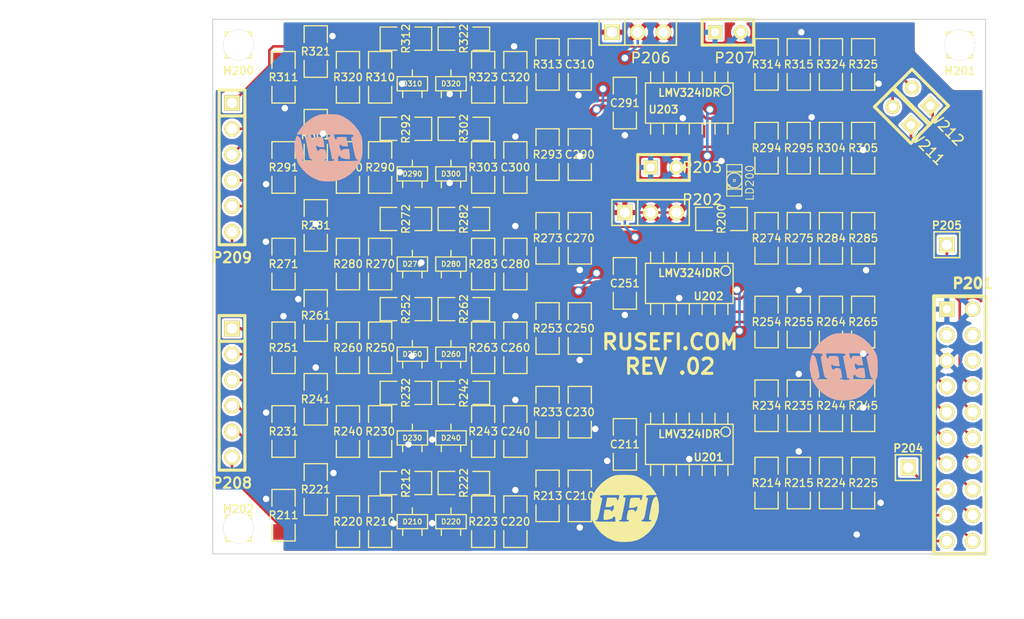
<source format=kicad_pcb>
(kicad_pcb (version 3) (host pcbnew "(2013-07-07 BZR 4022)-stable")
  (title_block (title "Analgo Protection board for RUSEFI.com") (rev .01) (company RUSEFI.com))
  (layers (15 F.Cu signal) (0 B.Cu signal) (18 B.Paste user) (19 F.Paste user) (20 B.SilkS user) (21 F.SilkS user) (22 B.Mask user) (23 F.Mask user) (28 Edge.Cuts user))
  (net 0 "")
  (net 1 /INP1)
  (net 2 /INP10)
  (net 3 /INP11)
  (net 4 /INP12)
  (net 5 /INP2)
  (net 6 /INP3)
  (net 7 /INP4)
  (net 8 /INP5)
  (net 9 /INP6)
  (net 10 /INP7)
  (net 11 /INP8)
  (net 12 /INP9)
  (net 13 /OUT1)
  (net 14 /OUT10)
  (net 15 /OUT11)
  (net 16 /OUT12)
  (net 17 /OUT2)
  (net 18 /OUT3)
  (net 19 /OUT4)
  (net 20 /OUT5)
  (net 21 /OUT6)
  (net 22 /OUT7)
  (net 23 /OUT8)
  (net 24 /OUT9)
  (net 25 /PA5)
  (net 26 /PC0)
  (net 27 GND)
  (net 28 N-0000011)
  (net 29 N-0000015)
  (net 30 N-0000016)
  (net 31 N-0000017)
  (net 32 N-0000018)
  (net 33 N-0000019)
  (net 34 N-0000020)
  (net 35 N-0000021)
  (net 36 N-0000023)
  (net 37 N-0000024)
  (net 38 N-0000025)
  (net 39 N-0000026)
  (net 40 N-0000029)
  (net 41 N-000003)
  (net 42 N-0000030)
  (net 43 N-0000033)
  (net 44 N-0000034)
  (net 45 N-0000035)
  (net 46 N-000004)
  (net 47 N-0000040)
  (net 48 N-0000043)
  (net 49 N-0000046)
  (net 50 N-0000051)
  (net 51 N-0000054)
  (net 52 N-0000057)
  (net 53 N-0000059)
  (net 54 N-000006)
  (net 55 N-0000060)
  (net 56 N-0000061)
  (net 57 N-0000065)
  (net 58 N-0000066)
  (net 59 N-0000070)
  (net 60 N-0000071)
  (net 61 N-0000075)
  (net 62 N-0000082)
  (net 63 N-0000086)
  (net 64 N-0000088)
  (net 65 N-0000089)
  (net 66 N-0000091)
  (net 67 VCC)
  (module PIN_ARRAY_1 (layer F.Cu) (at 92.71 169.545)
    (fp_text reference M202 (at 0 -1.905) (layer F.SilkS) (effects (font (size 0.762 0.762) (thickness 0.1524))))
    (fp_text value CONN_1 hide)
    (pad 1 thru_hole circle (at 0 0) (size 3 3) (drill 3) (layers *.Cu *.Mask F.SilkS))
  )
  (module PIN_ARRAY_1 (layer F.Cu) (at 163.83 121.92 90)
    (fp_text reference M201 (at -2.54 0 180) (layer F.SilkS) (effects (font (size 0.762 0.762) (thickness 0.1524))))
    (fp_text value CONN_1 hide)
    (pad 1 thru_hole circle (at 0 0 90) (size 3 3) (drill 3) (layers *.Cu *.Mask F.SilkS))
  )
  (module PIN_ARRAY_1 (layer F.Cu) (at 92.71 121.92 90)
    (fp_text reference M200 (at -2.54 0 180) (layer F.SilkS) (effects (font (size 0.762 0.762) (thickness 0.1524))))
    (fp_text value CONN_1 hide)
    (pad 1 thru_hole circle (at 0 0 90) (size 3 3) (drill 3) (layers *.Cu *.Mask F.SilkS))
  )
  (module SM1206 (layer F.Cu) (at 147.955 165.1 90)
    (fp_text reference R215 (at 0 0 180) (layer F.SilkS) (effects (font (size 0.762 0.762) (thickness 0.127))))
    (fp_text value 1500 hide)
    (pad 1 smd rect (at -1.651 0 90) (size 1.524 2.032) (layers F.Cu F.Paste F.Mask) (net 13 /OUT1))
    (pad 2 smd rect (at 1.651 0 90) (size 1.524 2.032) (layers F.Cu F.Paste F.Mask) (net 27 GND))
  )
  (module SM1206 (layer F.Cu) (at 144.78 165.1 270)
    (fp_text reference R214 (at 0 0 360) (layer F.SilkS) (effects (font (size 0.762 0.762) (thickness 0.127))))
    (fp_text value 1500 hide)
    (pad 1 smd rect (at -1.651 0 270) (size 1.524 2.032) (layers F.Cu F.Paste F.Mask) (net 50 N-0000051))
    (pad 2 smd rect (at 1.651 0 270) (size 1.524 2.032) (layers F.Cu F.Paste F.Mask) (net 13 /OUT1))
  )
  (module PIN_ARRAY_10X2 (layer F.Cu) (at 163.83 159.385 270)
    (fp_text reference P201 (at -13.97 -1.27 360) (layer F.SilkS) (effects (font (size 1.016 1.016) (thickness 0.254))))
    (fp_text value CONN_10X2 hide)
    (pad 1 thru_hole rect (at -11.43 1.27 270) (size 1.524 1.524) (drill 0.8128) (layers *.Cu *.Mask F.SilkS) (net 27 GND))
    (pad 2 thru_hole circle (at -11.43 -1.27 270) (size 1.524 1.524) (drill 1.016) (layers *.Cu *.Mask F.SilkS) (net 27 GND))
    (pad 3 thru_hole circle (at -8.89 1.27 270) (size 1.524 1.524) (drill 1.016) (layers *.Cu *.Mask F.SilkS))
    (pad 4 thru_hole circle (at -8.89 -1.27 270) (size 1.524 1.524) (drill 1.016) (layers *.Cu *.Mask F.SilkS))
    (pad 5 thru_hole circle (at -6.35 1.27 270) (size 1.524 1.524) (drill 1.016) (layers *.Cu *.Mask F.SilkS) (net 27 GND))
    (pad 6 thru_hole circle (at -6.35 -1.27 270) (size 1.524 1.524) (drill 1.016) (layers *.Cu *.Mask F.SilkS))
    (pad 7 thru_hole circle (at -3.81 1.27 270) (size 1.524 1.524) (drill 1.016) (layers *.Cu *.Mask F.SilkS) (net 16 /OUT12))
    (pad 8 thru_hole circle (at -3.81 -1.27 270) (size 1.524 1.524) (drill 1.016) (layers *.Cu *.Mask F.SilkS) (net 26 /PC0))
    (pad 9 thru_hole circle (at -1.27 1.27 270) (size 1.524 1.524) (drill 1.016) (layers *.Cu *.Mask F.SilkS) (net 14 /OUT10))
    (pad 10 thru_hole circle (at -1.27 -1.27 270) (size 1.524 1.524) (drill 1.016) (layers *.Cu *.Mask F.SilkS) (net 15 /OUT11))
    (pad 11 thru_hole circle (at 1.27 1.27 270) (size 1.524 1.524) (drill 1.016) (layers *.Cu *.Mask F.SilkS) (net 23 /OUT8))
    (pad 12 thru_hole circle (at 1.27 -1.27 270) (size 1.524 1.524) (drill 1.016) (layers *.Cu *.Mask F.SilkS) (net 24 /OUT9))
    (pad 13 thru_hole circle (at 3.81 1.27 270) (size 1.524 1.524) (drill 1.016) (layers *.Cu *.Mask F.SilkS) (net 21 /OUT6))
    (pad 14 thru_hole circle (at 3.81 -1.27 270) (size 1.524 1.524) (drill 1.016) (layers *.Cu *.Mask F.SilkS) (net 22 /OUT7))
    (pad 15 thru_hole circle (at 6.35 1.27 270) (size 1.524 1.524) (drill 1.016) (layers *.Cu *.Mask F.SilkS) (net 25 /PA5))
    (pad 16 thru_hole circle (at 6.35 -1.27 270) (size 1.524 1.524) (drill 1.016) (layers *.Cu *.Mask F.SilkS) (net 20 /OUT5))
    (pad 17 thru_hole circle (at 8.89 1.27 270) (size 1.524 1.524) (drill 1.016) (layers *.Cu *.Mask F.SilkS) (net 18 /OUT3))
    (pad 18 thru_hole circle (at 8.89 -1.27 270) (size 1.524 1.524) (drill 1.016) (layers *.Cu *.Mask F.SilkS) (net 19 /OUT4))
    (pad 19 thru_hole circle (at 11.43 1.27 270) (size 1.524 1.524) (drill 1.016) (layers *.Cu *.Mask F.SilkS) (net 13 /OUT1))
    (pad 20 thru_hole circle (at 11.43 -1.27 270) (size 1.524 1.524) (drill 1.016) (layers *.Cu *.Mask F.SilkS) (net 17 /OUT2))
  )
  (module SM1206 (layer F.Cu) (at 97.155 168.275 90)
    (fp_text reference R211 (at 0 0 180) (layer F.SilkS) (effects (font (size 0.762 0.762) (thickness 0.127))))
    (fp_text value 500K hide)
    (pad 1 smd rect (at -1.651 0 90) (size 1.524 2.032) (layers F.Cu F.Paste F.Mask) (net 1 /INP1))
    (pad 2 smd rect (at 1.651 0 90) (size 1.524 2.032) (layers F.Cu F.Paste F.Mask) (net 27 GND))
  )
  (module SM1206 (layer F.Cu) (at 154.305 165.1 270)
    (fp_text reference R225 (at 0 0 360) (layer F.SilkS) (effects (font (size 0.762 0.762) (thickness 0.127))))
    (fp_text value 1500 hide)
    (pad 1 smd rect (at -1.651 0 270) (size 1.524 2.032) (layers F.Cu F.Paste F.Mask) (net 17 /OUT2))
    (pad 2 smd rect (at 1.651 0 270) (size 1.524 2.032) (layers F.Cu F.Paste F.Mask) (net 27 GND))
  )
  (module SM1206 (layer F.Cu) (at 151.13 165.1 90)
    (fp_text reference R224 (at 0 0 180) (layer F.SilkS) (effects (font (size 0.762 0.762) (thickness 0.127))))
    (fp_text value 1500 hide)
    (pad 1 smd rect (at -1.651 0 90) (size 1.524 2.032) (layers F.Cu F.Paste F.Mask) (net 51 N-0000054))
    (pad 2 smd rect (at 1.651 0 90) (size 1.524 2.032) (layers F.Cu F.Paste F.Mask) (net 17 /OUT2))
  )
  (module SM1206 (layer F.Cu) (at 100.33 165.735 90)
    (fp_text reference R221 (at 0 0 180) (layer F.SilkS) (effects (font (size 0.762 0.762) (thickness 0.127))))
    (fp_text value 500K hide)
    (pad 1 smd rect (at -1.651 0 90) (size 1.524 2.032) (layers F.Cu F.Paste F.Mask) (net 5 /INP2))
    (pad 2 smd rect (at 1.651 0 90) (size 1.524 2.032) (layers F.Cu F.Paste F.Mask) (net 27 GND))
  )
  (module SM1206 (layer F.Cu) (at 147.955 157.48 90)
    (fp_text reference R235 (at 0 0 180) (layer F.SilkS) (effects (font (size 0.762 0.762) (thickness 0.127))))
    (fp_text value 1500 hide)
    (pad 1 smd rect (at -1.651 0 90) (size 1.524 2.032) (layers F.Cu F.Paste F.Mask) (net 18 /OUT3))
    (pad 2 smd rect (at 1.651 0 90) (size 1.524 2.032) (layers F.Cu F.Paste F.Mask) (net 27 GND))
  )
  (module SM1206 (layer F.Cu) (at 144.78 157.48 270)
    (fp_text reference R234 (at 0 0 360) (layer F.SilkS) (effects (font (size 0.762 0.762) (thickness 0.127))))
    (fp_text value 1500 hide)
    (pad 1 smd rect (at -1.651 0 270) (size 1.524 2.032) (layers F.Cu F.Paste F.Mask) (net 52 N-0000057))
    (pad 2 smd rect (at 1.651 0 270) (size 1.524 2.032) (layers F.Cu F.Paste F.Mask) (net 18 /OUT3))
  )
  (module SM1206 (layer F.Cu) (at 97.155 160.02 90)
    (fp_text reference R231 (at 0 0 180) (layer F.SilkS) (effects (font (size 0.762 0.762) (thickness 0.127))))
    (fp_text value 500K hide)
    (pad 1 smd rect (at -1.651 0 90) (size 1.524 2.032) (layers F.Cu F.Paste F.Mask) (net 6 /INP3))
    (pad 2 smd rect (at 1.651 0 90) (size 1.524 2.032) (layers F.Cu F.Paste F.Mask) (net 27 GND))
  )
  (module SM1206 (layer F.Cu) (at 100.33 156.845 90)
    (fp_text reference R241 (at 0 0 180) (layer F.SilkS) (effects (font (size 0.762 0.762) (thickness 0.127))))
    (fp_text value 500K hide)
    (pad 1 smd rect (at -1.651 0 90) (size 1.524 2.032) (layers F.Cu F.Paste F.Mask) (net 7 /INP4))
    (pad 2 smd rect (at 1.651 0 90) (size 1.524 2.032) (layers F.Cu F.Paste F.Mask) (net 27 GND))
  )
  (module SM1206 (layer F.Cu) (at 151.13 157.48 90)
    (fp_text reference R244 (at 0 0 180) (layer F.SilkS) (effects (font (size 0.762 0.762) (thickness 0.127))))
    (fp_text value 1500 hide)
    (pad 1 smd rect (at -1.651 0 90) (size 1.524 2.032) (layers F.Cu F.Paste F.Mask) (net 53 N-0000059))
    (pad 2 smd rect (at 1.651 0 90) (size 1.524 2.032) (layers F.Cu F.Paste F.Mask) (net 19 /OUT4))
  )
  (module SM1206 (layer F.Cu) (at 154.305 157.48 270)
    (fp_text reference R245 (at 0 0 360) (layer F.SilkS) (effects (font (size 0.762 0.762) (thickness 0.127))))
    (fp_text value 1500 hide)
    (pad 1 smd rect (at -1.651 0 270) (size 1.524 2.032) (layers F.Cu F.Paste F.Mask) (net 19 /OUT4))
    (pad 2 smd rect (at 1.651 0 270) (size 1.524 2.032) (layers F.Cu F.Paste F.Mask) (net 27 GND))
  )
  (module SM1206 (layer F.Cu) (at 123.19 166.37 90)
    (fp_text reference R213 (at 0 0 180) (layer F.SilkS) (effects (font (size 0.762 0.762) (thickness 0.127))))
    (fp_text value 100 hide)
    (pad 1 smd rect (at -1.651 0 90) (size 1.524 2.032) (layers F.Cu F.Paste F.Mask) (net 41 N-000003))
    (pad 2 smd rect (at 1.651 0 90) (size 1.524 2.032) (layers F.Cu F.Paste F.Mask) (net 63 N-0000086))
  )
  (module SM1206 (layer F.Cu) (at 106.68 168.91 270)
    (fp_text reference R210 (at 0 0 360) (layer F.SilkS) (effects (font (size 0.762 0.762) (thickness 0.127))))
    (fp_text value 2700 hide)
    (pad 1 smd rect (at -1.651 0 270) (size 1.524 2.032) (layers F.Cu F.Paste F.Mask) (net 1 /INP1))
    (pad 2 smd rect (at 1.651 0 270) (size 1.524 2.032) (layers F.Cu F.Paste F.Mask) (net 67 VCC))
  )
  (module SM1206 (layer F.Cu) (at 120.015 168.91 270)
    (fp_text reference C220 (at 0 0 360) (layer F.SilkS) (effects (font (size 0.762 0.762) (thickness 0.127))))
    (fp_text value 0.01uF hide)
    (pad 1 smd rect (at -1.651 0 270) (size 1.524 2.032) (layers F.Cu F.Paste F.Mask) (net 27 GND))
    (pad 2 smd rect (at 1.651 0 270) (size 1.524 2.032) (layers F.Cu F.Paste F.Mask) (net 62 N-0000082))
  )
  (module SM1206 (layer F.Cu) (at 126.365 166.37 90)
    (fp_text reference C210 (at 0 0 180) (layer F.SilkS) (effects (font (size 0.762 0.762) (thickness 0.127))))
    (fp_text value 0.01uF hide)
    (pad 1 smd rect (at -1.651 0 90) (size 1.524 2.032) (layers F.Cu F.Paste F.Mask) (net 27 GND))
    (pad 2 smd rect (at 1.651 0 90) (size 1.524 2.032) (layers F.Cu F.Paste F.Mask) (net 63 N-0000086))
  )
  (module SM1206 (layer F.Cu) (at 116.84 168.91 270)
    (fp_text reference R223 (at 0 0 360) (layer F.SilkS) (effects (font (size 0.762 0.762) (thickness 0.127))))
    (fp_text value 100 hide)
    (pad 1 smd rect (at -1.651 0 270) (size 1.524 2.032) (layers F.Cu F.Paste F.Mask) (net 46 N-000004))
    (pad 2 smd rect (at 1.651 0 270) (size 1.524 2.032) (layers F.Cu F.Paste F.Mask) (net 62 N-0000082))
  )
  (module SM1206 (layer F.Cu) (at 130.81 161.29 270)
    (fp_text reference C211 (at 0 0 360) (layer F.SilkS) (effects (font (size 0.762 0.762) (thickness 0.127))))
    (fp_text value 0.1uF hide)
    (pad 1 smd rect (at -1.651 0 270) (size 1.524 2.032) (layers F.Cu F.Paste F.Mask) (net 67 VCC))
    (pad 2 smd rect (at 1.651 0 270) (size 1.524 2.032) (layers F.Cu F.Paste F.Mask) (net 27 GND))
  )
  (module SM1206 (layer F.Cu) (at 103.505 168.91 270)
    (fp_text reference R220 (at 0 0 360) (layer F.SilkS) (effects (font (size 0.762 0.762) (thickness 0.127))))
    (fp_text value 2700 hide)
    (pad 1 smd rect (at -1.651 0 270) (size 1.524 2.032) (layers F.Cu F.Paste F.Mask) (net 5 /INP2))
    (pad 2 smd rect (at 1.651 0 270) (size 1.524 2.032) (layers F.Cu F.Paste F.Mask) (net 67 VCC))
  )
  (module SM1206 (layer F.Cu) (at 123.19 158.115 90)
    (fp_text reference R233 (at 0 0 180) (layer F.SilkS) (effects (font (size 0.762 0.762) (thickness 0.127))))
    (fp_text value 100 hide)
    (pad 1 smd rect (at -1.651 0 90) (size 1.524 2.032) (layers F.Cu F.Paste F.Mask) (net 66 N-0000091))
    (pad 2 smd rect (at 1.651 0 90) (size 1.524 2.032) (layers F.Cu F.Paste F.Mask) (net 59 N-0000070))
  )
  (module SM1206 (layer F.Cu) (at 106.68 160.02 270)
    (fp_text reference R230 (at 0 0 360) (layer F.SilkS) (effects (font (size 0.762 0.762) (thickness 0.127))))
    (fp_text value 2700 hide)
    (pad 1 smd rect (at -1.651 0 270) (size 1.524 2.032) (layers F.Cu F.Paste F.Mask) (net 6 /INP3))
    (pad 2 smd rect (at 1.651 0 270) (size 1.524 2.032) (layers F.Cu F.Paste F.Mask) (net 67 VCC))
  )
  (module SM1206 (layer F.Cu) (at 116.84 160.02 270)
    (fp_text reference R243 (at 0 0 360) (layer F.SilkS) (effects (font (size 0.762 0.762) (thickness 0.127))))
    (fp_text value 100 hide)
    (pad 1 smd rect (at -1.651 0 270) (size 1.524 2.032) (layers F.Cu F.Paste F.Mask) (net 58 N-0000066))
    (pad 2 smd rect (at 1.651 0 270) (size 1.524 2.032) (layers F.Cu F.Paste F.Mask) (net 57 N-0000065))
  )
  (module SM1206 (layer F.Cu) (at 103.505 160.02 270)
    (fp_text reference R240 (at 0 0 360) (layer F.SilkS) (effects (font (size 0.762 0.762) (thickness 0.127))))
    (fp_text value 2700 hide)
    (pad 1 smd rect (at -1.651 0 270) (size 1.524 2.032) (layers F.Cu F.Paste F.Mask) (net 7 /INP4))
    (pad 2 smd rect (at 1.651 0 270) (size 1.524 2.032) (layers F.Cu F.Paste F.Mask) (net 67 VCC))
  )
  (module SM1206 (layer F.Cu) (at 147.955 149.225 90)
    (fp_text reference R255 (at 0 0 180) (layer F.SilkS) (effects (font (size 0.762 0.762) (thickness 0.127))))
    (fp_text value 1500 hide)
    (pad 1 smd rect (at -1.651 0 90) (size 1.524 2.032) (layers F.Cu F.Paste F.Mask) (net 20 /OUT5))
    (pad 2 smd rect (at 1.651 0 90) (size 1.524 2.032) (layers F.Cu F.Paste F.Mask) (net 27 GND))
  )
  (module SM1206 (layer F.Cu) (at 103.505 151.765 270)
    (fp_text reference R260 (at 0 0 360) (layer F.SilkS) (effects (font (size 0.762 0.762) (thickness 0.127))))
    (fp_text value 2700 hide)
    (pad 1 smd rect (at -1.651 0 270) (size 1.524 2.032) (layers F.Cu F.Paste F.Mask) (net 9 /INP6))
    (pad 2 smd rect (at 1.651 0 270) (size 1.524 2.032) (layers F.Cu F.Paste F.Mask) (net 67 VCC))
  )
  (module SM1206 (layer F.Cu) (at 116.84 151.765 270)
    (fp_text reference R263 (at 0 0 360) (layer F.SilkS) (effects (font (size 0.762 0.762) (thickness 0.127))))
    (fp_text value 100 hide)
    (pad 1 smd rect (at -1.651 0 270) (size 1.524 2.032) (layers F.Cu F.Paste F.Mask) (net 33 N-0000019))
    (pad 2 smd rect (at 1.651 0 270) (size 1.524 2.032) (layers F.Cu F.Paste F.Mask) (net 64 N-0000088))
  )
  (module SM1206 (layer F.Cu) (at 106.68 151.765 270)
    (fp_text reference R250 (at 0 0 360) (layer F.SilkS) (effects (font (size 0.762 0.762) (thickness 0.127))))
    (fp_text value 2700 hide)
    (pad 1 smd rect (at -1.651 0 270) (size 1.524 2.032) (layers F.Cu F.Paste F.Mask) (net 8 /INP5))
    (pad 2 smd rect (at 1.651 0 270) (size 1.524 2.032) (layers F.Cu F.Paste F.Mask) (net 67 VCC))
  )
  (module SM1206 (layer F.Cu) (at 123.19 149.86 90)
    (fp_text reference R253 (at 0 0 180) (layer F.SilkS) (effects (font (size 0.762 0.762) (thickness 0.127))))
    (fp_text value 100 hide)
    (pad 1 smd rect (at -1.651 0 90) (size 1.524 2.032) (layers F.Cu F.Paste F.Mask) (net 32 N-0000018))
    (pad 2 smd rect (at 1.651 0 90) (size 1.524 2.032) (layers F.Cu F.Paste F.Mask) (net 55 N-0000060))
  )
  (module SM1206 (layer F.Cu) (at 114.935 165.1)
    (fp_text reference R222 (at 0 0 90) (layer F.SilkS) (effects (font (size 0.762 0.762) (thickness 0.127))))
    (fp_text value 10k hide)
    (pad 1 smd rect (at -1.651 0) (size 1.524 2.032) (layers F.Cu F.Paste F.Mask) (net 5 /INP2))
    (pad 2 smd rect (at 1.651 0) (size 1.524 2.032) (layers F.Cu F.Paste F.Mask) (net 46 N-000004))
  )
  (module SM1206 (layer F.Cu) (at 109.22 165.1)
    (fp_text reference R212 (at 0 0 90) (layer F.SilkS) (effects (font (size 0.762 0.762) (thickness 0.127))))
    (fp_text value 10k hide)
    (pad 1 smd rect (at -1.651 0) (size 1.524 2.032) (layers F.Cu F.Paste F.Mask) (net 1 /INP1))
    (pad 2 smd rect (at 1.651 0) (size 1.524 2.032) (layers F.Cu F.Paste F.Mask) (net 41 N-000003))
  )
  (module SM1206 (layer F.Cu) (at 97.155 151.765 90)
    (fp_text reference R251 (at 0 0 180) (layer F.SilkS) (effects (font (size 0.762 0.762) (thickness 0.127))))
    (fp_text value 500K hide)
    (pad 1 smd rect (at -1.651 0 90) (size 1.524 2.032) (layers F.Cu F.Paste F.Mask) (net 8 /INP5))
    (pad 2 smd rect (at 1.651 0 90) (size 1.524 2.032) (layers F.Cu F.Paste F.Mask) (net 27 GND))
  )
  (module SM1206 (layer F.Cu) (at 144.78 149.225 270)
    (fp_text reference R254 (at 0 0 360) (layer F.SilkS) (effects (font (size 0.762 0.762) (thickness 0.127))))
    (fp_text value 1500 hide)
    (pad 1 smd rect (at -1.651 0 270) (size 1.524 2.032) (layers F.Cu F.Paste F.Mask) (net 56 N-0000061))
    (pad 2 smd rect (at 1.651 0 270) (size 1.524 2.032) (layers F.Cu F.Paste F.Mask) (net 20 /OUT5))
  )
  (module SM1206 (layer F.Cu) (at 140.335 139.065)
    (fp_text reference R200 (at 0 0 90) (layer F.SilkS) (effects (font (size 0.762 0.762) (thickness 0.127))))
    (fp_text value 100 hide)
    (pad 1 smd rect (at -1.651 0) (size 1.524 2.032) (layers F.Cu F.Paste F.Mask) (net 67 VCC))
    (pad 2 smd rect (at 1.651 0) (size 1.524 2.032) (layers F.Cu F.Paste F.Mask) (net 65 N-0000089))
  )
  (module PIN_ARRAY_3X1 (layer F.Cu) (at 133.35 138.43)
    (fp_text reference P202 (at 5.08 -1.27) (layer F.SilkS) (effects (font (size 1.016 1.016) (thickness 0.1524))))
    (fp_text value CONN_3 hide)
    (pad 1 thru_hole rect (at -2.54 0) (size 1.524 1.524) (drill 1.016) (layers *.Cu *.Mask F.SilkS) (net 67 VCC))
    (pad 2 thru_hole circle (at 0 0) (size 1.524 1.524) (drill 1.016) (layers *.Cu *.Mask F.SilkS) (net 67 VCC))
    (pad 3 thru_hole circle (at 2.54 0) (size 1.524 1.524) (drill 1.016) (layers *.Cu *.Mask F.SilkS) (net 67 VCC))
  )
  (module LED-1206 (layer F.Cu) (at 141.605 135.255 270)
    (fp_text reference LD200 (at 0.254 -1.524 270) (layer F.SilkS) (effects (font (size 0.762 0.762) (thickness 0.0889))))
    (fp_text value LED hide)
    (pad 1 smd rect (at -1.41986 0 270) (size 1.59766 1.80086) (layers F.Cu F.Paste F.Mask) (net 27 GND))
    (pad 2 smd rect (at 1.41986 0 270) (size 1.59766 1.80086) (layers F.Cu F.Paste F.Mask) (net 65 N-0000089))
  )
  (module sot23 (layer F.Cu) (at 109.855 160.655)
    (fp_text reference D230 (at 0 0) (layer F.SilkS) (effects (font (size 0.50038 0.50038) (thickness 0.09906))))
    (fp_text value DOUBLE_SCHOTTKY hide)
    (pad 1 smd rect (at -0.9525 1.05664) (size 0.59944 1.00076) (layers F.Cu F.Paste F.Mask) (net 27 GND))
    (pad 2 smd rect (at 0 -1.05664) (size 0.59944 1.00076) (layers F.Cu F.Paste F.Mask) (net 66 N-0000091))
    (pad 3 smd rect (at 0.9525 1.05664) (size 0.59944 1.00076) (layers F.Cu F.Paste F.Mask) (net 67 VCC))
  )
  (module sot23 (layer F.Cu) (at 113.665 134.62)
    (fp_text reference D300 (at 0 0) (layer F.SilkS) (effects (font (size 0.50038 0.50038) (thickness 0.09906))))
    (fp_text value DOUBLE_SCHOTTKY hide)
    (pad 1 smd rect (at -0.9525 1.05664) (size 0.59944 1.00076) (layers F.Cu F.Paste F.Mask) (net 27 GND))
    (pad 2 smd rect (at 0 -1.05664) (size 0.59944 1.00076) (layers F.Cu F.Paste F.Mask) (net 34 N-0000020))
    (pad 3 smd rect (at 0.9525 1.05664) (size 0.59944 1.00076) (layers F.Cu F.Paste F.Mask) (net 67 VCC))
  )
  (module sot23 (layer F.Cu) (at 109.855 134.62)
    (fp_text reference D290 (at 0 0) (layer F.SilkS) (effects (font (size 0.50038 0.50038) (thickness 0.09906))))
    (fp_text value DOUBLE_SCHOTTKY hide)
    (pad 1 smd rect (at -0.9525 1.05664) (size 0.59944 1.00076) (layers F.Cu F.Paste F.Mask) (net 27 GND))
    (pad 2 smd rect (at 0 -1.05664) (size 0.59944 1.00076) (layers F.Cu F.Paste F.Mask) (net 29 N-0000015))
    (pad 3 smd rect (at 0.9525 1.05664) (size 0.59944 1.00076) (layers F.Cu F.Paste F.Mask) (net 67 VCC))
  )
  (module sot23 (layer F.Cu) (at 113.665 168.91)
    (fp_text reference D220 (at 0 0) (layer F.SilkS) (effects (font (size 0.50038 0.50038) (thickness 0.09906))))
    (fp_text value DOUBLE_SCHOTTKY hide)
    (pad 1 smd rect (at -0.9525 1.05664) (size 0.59944 1.00076) (layers F.Cu F.Paste F.Mask) (net 27 GND))
    (pad 2 smd rect (at 0 -1.05664) (size 0.59944 1.00076) (layers F.Cu F.Paste F.Mask) (net 46 N-000004))
    (pad 3 smd rect (at 0.9525 1.05664) (size 0.59944 1.00076) (layers F.Cu F.Paste F.Mask) (net 67 VCC))
  )
  (module sot23 (layer F.Cu) (at 113.665 160.655)
    (fp_text reference D240 (at 0 0) (layer F.SilkS) (effects (font (size 0.50038 0.50038) (thickness 0.09906))))
    (fp_text value DOUBLE_SCHOTTKY hide)
    (pad 1 smd rect (at -0.9525 1.05664) (size 0.59944 1.00076) (layers F.Cu F.Paste F.Mask) (net 27 GND))
    (pad 2 smd rect (at 0 -1.05664) (size 0.59944 1.00076) (layers F.Cu F.Paste F.Mask) (net 58 N-0000066))
    (pad 3 smd rect (at 0.9525 1.05664) (size 0.59944 1.00076) (layers F.Cu F.Paste F.Mask) (net 67 VCC))
  )
  (module SM1206 (layer F.Cu) (at 147.955 132.08 90)
    (fp_text reference R295 (at 0 0 180) (layer F.SilkS) (effects (font (size 0.762 0.762) (thickness 0.127))))
    (fp_text value 1500 hide)
    (pad 1 smd rect (at -1.651 0 90) (size 1.524 2.032) (layers F.Cu F.Paste F.Mask) (net 24 /OUT9))
    (pad 2 smd rect (at 1.651 0 90) (size 1.524 2.032) (layers F.Cu F.Paste F.Mask) (net 27 GND))
  )
  (module SM1206 (layer F.Cu) (at 144.78 132.08 270)
    (fp_text reference R294 (at 0 0 360) (layer F.SilkS) (effects (font (size 0.762 0.762) (thickness 0.127))))
    (fp_text value 1500 hide)
    (pad 1 smd rect (at -1.651 0 270) (size 1.524 2.032) (layers F.Cu F.Paste F.Mask) (net 35 N-0000021))
    (pad 2 smd rect (at 1.651 0 270) (size 1.524 2.032) (layers F.Cu F.Paste F.Mask) (net 24 /OUT9))
  )
  (module SM1206 (layer F.Cu) (at 97.155 133.985 270)
    (fp_text reference R291 (at 0 0 360) (layer F.SilkS) (effects (font (size 0.762 0.762) (thickness 0.127))))
    (fp_text value 500K hide)
    (pad 1 smd rect (at -1.651 0 270) (size 1.524 2.032) (layers F.Cu F.Paste F.Mask) (net 12 /INP9))
    (pad 2 smd rect (at 1.651 0 270) (size 1.524 2.032) (layers F.Cu F.Paste F.Mask) (net 27 GND))
  )
  (module SM1206 (layer F.Cu) (at 100.33 130.81 90)
    (fp_text reference R301 (at 0 0 180) (layer F.SilkS) (effects (font (size 0.762 0.762) (thickness 0.127))))
    (fp_text value 500K hide)
    (pad 1 smd rect (at -1.651 0 90) (size 1.524 2.032) (layers F.Cu F.Paste F.Mask) (net 2 /INP10))
    (pad 2 smd rect (at 1.651 0 90) (size 1.524 2.032) (layers F.Cu F.Paste F.Mask) (net 27 GND))
  )
  (module SM1206 (layer F.Cu) (at 151.13 132.08 90)
    (fp_text reference R304 (at 0 0 180) (layer F.SilkS) (effects (font (size 0.762 0.762) (thickness 0.127))))
    (fp_text value 1500 hide)
    (pad 1 smd rect (at -1.651 0 90) (size 1.524 2.032) (layers F.Cu F.Paste F.Mask) (net 36 N-0000023))
    (pad 2 smd rect (at 1.651 0 90) (size 1.524 2.032) (layers F.Cu F.Paste F.Mask) (net 14 /OUT10))
  )
  (module SM1206 (layer F.Cu) (at 154.305 132.08 270)
    (fp_text reference R305 (at 0 0 360) (layer F.SilkS) (effects (font (size 0.762 0.762) (thickness 0.127))))
    (fp_text value 1500 hide)
    (pad 1 smd rect (at -1.651 0 270) (size 1.524 2.032) (layers F.Cu F.Paste F.Mask) (net 14 /OUT10))
    (pad 2 smd rect (at 1.651 0 270) (size 1.524 2.032) (layers F.Cu F.Paste F.Mask) (net 27 GND))
  )
  (module SM1206 (layer F.Cu) (at 123.19 132.715 90)
    (fp_text reference R293 (at 0 0 180) (layer F.SilkS) (effects (font (size 0.762 0.762) (thickness 0.127))))
    (fp_text value 100 hide)
    (pad 1 smd rect (at -1.651 0 90) (size 1.524 2.032) (layers F.Cu F.Paste F.Mask) (net 29 N-0000015))
    (pad 2 smd rect (at 1.651 0 90) (size 1.524 2.032) (layers F.Cu F.Paste F.Mask) (net 54 N-000006))
  )
  (module SM1206 (layer F.Cu) (at 126.365 132.715 90)
    (fp_text reference C290 (at 0 0 180) (layer F.SilkS) (effects (font (size 0.762 0.762) (thickness 0.127))))
    (fp_text value 0.01uF hide)
    (pad 1 smd rect (at -1.651 0 90) (size 1.524 2.032) (layers F.Cu F.Paste F.Mask) (net 27 GND))
    (pad 2 smd rect (at 1.651 0 90) (size 1.524 2.032) (layers F.Cu F.Paste F.Mask) (net 54 N-000006))
  )
  (module SM1206 (layer F.Cu) (at 106.68 133.985 270)
    (fp_text reference R290 (at 0 0 360) (layer F.SilkS) (effects (font (size 0.762 0.762) (thickness 0.127))))
    (fp_text value 2700 hide)
    (pad 1 smd rect (at -1.651 0 270) (size 1.524 2.032) (layers F.Cu F.Paste F.Mask) (net 12 /INP9))
    (pad 2 smd rect (at 1.651 0 270) (size 1.524 2.032) (layers F.Cu F.Paste F.Mask) (net 67 VCC))
  )
  (module SM1206 (layer F.Cu) (at 116.84 133.985 270)
    (fp_text reference R303 (at 0 0 360) (layer F.SilkS) (effects (font (size 0.762 0.762) (thickness 0.127))))
    (fp_text value 100 hide)
    (pad 1 smd rect (at -1.651 0 270) (size 1.524 2.032) (layers F.Cu F.Paste F.Mask) (net 34 N-0000020))
    (pad 2 smd rect (at 1.651 0 270) (size 1.524 2.032) (layers F.Cu F.Paste F.Mask) (net 28 N-0000011))
  )
  (module SM1206 (layer F.Cu) (at 120.015 133.985 270)
    (fp_text reference C300 (at 0 0 360) (layer F.SilkS) (effects (font (size 0.762 0.762) (thickness 0.127))))
    (fp_text value 0.01uF hide)
    (pad 1 smd rect (at -1.651 0 270) (size 1.524 2.032) (layers F.Cu F.Paste F.Mask) (net 27 GND))
    (pad 2 smd rect (at 1.651 0 270) (size 1.524 2.032) (layers F.Cu F.Paste F.Mask) (net 28 N-0000011))
  )
  (module SM1206 (layer F.Cu) (at 103.505 133.985 270)
    (fp_text reference R300 (at 0 0 360) (layer F.SilkS) (effects (font (size 0.762 0.762) (thickness 0.127))))
    (fp_text value 2700 hide)
    (pad 1 smd rect (at -1.651 0 270) (size 1.524 2.032) (layers F.Cu F.Paste F.Mask) (net 2 /INP10))
    (pad 2 smd rect (at 1.651 0 270) (size 1.524 2.032) (layers F.Cu F.Paste F.Mask) (net 67 VCC))
  )
  (module sot23 (layer F.Cu) (at 109.855 168.91)
    (fp_text reference D210 (at 0 0) (layer F.SilkS) (effects (font (size 0.50038 0.50038) (thickness 0.09906))))
    (fp_text value DOUBLE_SCHOTTKY hide)
    (pad 1 smd rect (at -0.9525 1.05664) (size 0.59944 1.00076) (layers F.Cu F.Paste F.Mask) (net 27 GND))
    (pad 2 smd rect (at 0 -1.05664) (size 0.59944 1.00076) (layers F.Cu F.Paste F.Mask) (net 41 N-000003))
    (pad 3 smd rect (at 0.9525 1.05664) (size 0.59944 1.00076) (layers F.Cu F.Paste F.Mask) (net 67 VCC))
  )
  (module PIN_ARRAY-6X1 (layer F.Cu) (at 92.075 133.985 270)
    (fp_text reference P209 (at 8.89 0 360) (layer F.SilkS) (effects (font (size 1.016 1.016) (thickness 0.2032))))
    (fp_text value CONN_6 hide)
    (pad 1 thru_hole rect (at -6.35 0 270) (size 1.524 1.524) (drill 1.016) (layers *.Cu *.Mask F.SilkS) (net 4 /INP12))
    (pad 2 thru_hole circle (at -3.81 0 270) (size 1.524 1.524) (drill 1.016) (layers *.Cu *.Mask F.SilkS) (net 3 /INP11))
    (pad 3 thru_hole circle (at -1.27 0 270) (size 1.524 1.524) (drill 1.016) (layers *.Cu *.Mask F.SilkS) (net 2 /INP10))
    (pad 4 thru_hole circle (at 1.27 0 270) (size 1.524 1.524) (drill 1.016) (layers *.Cu *.Mask F.SilkS) (net 12 /INP9))
    (pad 5 thru_hole circle (at 3.81 0 270) (size 1.524 1.524) (drill 1.016) (layers *.Cu *.Mask F.SilkS) (net 11 /INP8))
    (pad 6 thru_hole circle (at 6.35 0 270) (size 1.524 1.524) (drill 1.016) (layers *.Cu *.Mask F.SilkS) (net 10 /INP7))
  )
  (module SM1206 (layer F.Cu) (at 126.365 158.115 90)
    (fp_text reference C230 (at 0 0 180) (layer F.SilkS) (effects (font (size 0.762 0.762) (thickness 0.127))))
    (fp_text value 0.01uF hide)
    (pad 1 smd rect (at -1.651 0 90) (size 1.524 2.032) (layers F.Cu F.Paste F.Mask) (net 27 GND))
    (pad 2 smd rect (at 1.651 0 90) (size 1.524 2.032) (layers F.Cu F.Paste F.Mask) (net 59 N-0000070))
  )
  (module SM1206 (layer F.Cu) (at 120.015 160.02 270)
    (fp_text reference C240 (at 0 0 360) (layer F.SilkS) (effects (font (size 0.762 0.762) (thickness 0.127))))
    (fp_text value 0.01uF hide)
    (pad 1 smd rect (at -1.651 0 270) (size 1.524 2.032) (layers F.Cu F.Paste F.Mask) (net 27 GND))
    (pad 2 smd rect (at 1.651 0 270) (size 1.524 2.032) (layers F.Cu F.Paste F.Mask) (net 57 N-0000065))
  )
  (module SM1206 (layer F.Cu) (at 130.81 127.635 90)
    (fp_text reference C291 (at 0 0 180) (layer F.SilkS) (effects (font (size 0.762 0.762) (thickness 0.127))))
    (fp_text value 0.1uF hide)
    (pad 1 smd rect (at -1.651 0 90) (size 1.524 2.032) (layers F.Cu F.Paste F.Mask) (net 27 GND))
    (pad 2 smd rect (at 1.651 0 90) (size 1.524 2.032) (layers F.Cu F.Paste F.Mask) (net 67 VCC))
  )
  (module SM1206 (layer F.Cu) (at 126.365 149.86 90)
    (fp_text reference C250 (at 0 0 180) (layer F.SilkS) (effects (font (size 0.762 0.762) (thickness 0.127))))
    (fp_text value 0.01uF hide)
    (pad 1 smd rect (at -1.651 0 90) (size 1.524 2.032) (layers F.Cu F.Paste F.Mask) (net 27 GND))
    (pad 2 smd rect (at 1.651 0 90) (size 1.524 2.032) (layers F.Cu F.Paste F.Mask) (net 55 N-0000060))
  )
  (module SM1206 (layer F.Cu) (at 120.015 151.765 270)
    (fp_text reference C260 (at 0 0 360) (layer F.SilkS) (effects (font (size 0.762 0.762) (thickness 0.127))))
    (fp_text value 0.01uF hide)
    (pad 1 smd rect (at -1.651 0 270) (size 1.524 2.032) (layers F.Cu F.Paste F.Mask) (net 27 GND))
    (pad 2 smd rect (at 1.651 0 270) (size 1.524 2.032) (layers F.Cu F.Paste F.Mask) (net 64 N-0000088))
  )
  (module SM1206 (layer F.Cu) (at 100.33 148.59 90)
    (fp_text reference R261 (at 0 0 180) (layer F.SilkS) (effects (font (size 0.762 0.762) (thickness 0.127))))
    (fp_text value 500K hide)
    (pad 1 smd rect (at -1.651 0 90) (size 1.524 2.032) (layers F.Cu F.Paste F.Mask) (net 9 /INP6))
    (pad 2 smd rect (at 1.651 0 90) (size 1.524 2.032) (layers F.Cu F.Paste F.Mask) (net 27 GND))
  )
  (module SM1206 (layer F.Cu) (at 120.015 143.51 270)
    (fp_text reference C280 (at 0 0 360) (layer F.SilkS) (effects (font (size 0.762 0.762) (thickness 0.127))))
    (fp_text value 0.01uF hide)
    (pad 1 smd rect (at -1.651 0 270) (size 1.524 2.032) (layers F.Cu F.Paste F.Mask) (net 27 GND))
    (pad 2 smd rect (at 1.651 0 270) (size 1.524 2.032) (layers F.Cu F.Paste F.Mask) (net 60 N-0000071))
  )
  (module SM1206 (layer F.Cu) (at 126.365 140.97 90)
    (fp_text reference C270 (at 0 0 180) (layer F.SilkS) (effects (font (size 0.762 0.762) (thickness 0.127))))
    (fp_text value 0.01uF hide)
    (pad 1 smd rect (at -1.651 0 90) (size 1.524 2.032) (layers F.Cu F.Paste F.Mask) (net 27 GND))
    (pad 2 smd rect (at 1.651 0 90) (size 1.524 2.032) (layers F.Cu F.Paste F.Mask) (net 61 N-0000075))
  )
  (module SM1206 (layer F.Cu) (at 130.81 145.415 270)
    (fp_text reference C251 (at 0 0 360) (layer F.SilkS) (effects (font (size 0.762 0.762) (thickness 0.127))))
    (fp_text value 0.1uF hide)
    (pad 1 smd rect (at -1.651 0 270) (size 1.524 2.032) (layers F.Cu F.Paste F.Mask) (net 67 VCC))
    (pad 2 smd rect (at 1.651 0 270) (size 1.524 2.032) (layers F.Cu F.Paste F.Mask) (net 27 GND))
  )
  (module SM1206 (layer F.Cu) (at 144.78 140.97 270)
    (fp_text reference R274 (at 0 0 360) (layer F.SilkS) (effects (font (size 0.762 0.762) (thickness 0.127))))
    (fp_text value 1500 hide)
    (pad 1 smd rect (at -1.651 0 270) (size 1.524 2.032) (layers F.Cu F.Paste F.Mask) (net 48 N-0000043))
    (pad 2 smd rect (at 1.651 0 270) (size 1.524 2.032) (layers F.Cu F.Paste F.Mask) (net 22 /OUT7))
  )
  (module SM1206 (layer F.Cu) (at 147.955 140.97 90)
    (fp_text reference R275 (at 0 0 180) (layer F.SilkS) (effects (font (size 0.762 0.762) (thickness 0.127))))
    (fp_text value 1500 hide)
    (pad 1 smd rect (at -1.651 0 90) (size 1.524 2.032) (layers F.Cu F.Paste F.Mask) (net 22 /OUT7))
    (pad 2 smd rect (at 1.651 0 90) (size 1.524 2.032) (layers F.Cu F.Paste F.Mask) (net 27 GND))
  )
  (module SM1206 (layer F.Cu) (at 103.505 143.51 270)
    (fp_text reference R280 (at 0 0 360) (layer F.SilkS) (effects (font (size 0.762 0.762) (thickness 0.127))))
    (fp_text value 2700 hide)
    (pad 1 smd rect (at -1.651 0 270) (size 1.524 2.032) (layers F.Cu F.Paste F.Mask) (net 11 /INP8))
    (pad 2 smd rect (at 1.651 0 270) (size 1.524 2.032) (layers F.Cu F.Paste F.Mask) (net 67 VCC))
  )
  (module SM1206 (layer F.Cu) (at 116.84 143.51 270)
    (fp_text reference R283 (at 0 0 360) (layer F.SilkS) (effects (font (size 0.762 0.762) (thickness 0.127))))
    (fp_text value 100 hide)
    (pad 1 smd rect (at -1.651 0 270) (size 1.524 2.032) (layers F.Cu F.Paste F.Mask) (net 30 N-0000016))
    (pad 2 smd rect (at 1.651 0 270) (size 1.524 2.032) (layers F.Cu F.Paste F.Mask) (net 60 N-0000071))
  )
  (module SM1206 (layer F.Cu) (at 106.68 143.51 270)
    (fp_text reference R270 (at 0 0 360) (layer F.SilkS) (effects (font (size 0.762 0.762) (thickness 0.127))))
    (fp_text value 2700 hide)
    (pad 1 smd rect (at -1.651 0 270) (size 1.524 2.032) (layers F.Cu F.Paste F.Mask) (net 10 /INP7))
    (pad 2 smd rect (at 1.651 0 270) (size 1.524 2.032) (layers F.Cu F.Paste F.Mask) (net 67 VCC))
  )
  (module SM1206 (layer F.Cu) (at 123.19 140.97 90)
    (fp_text reference R273 (at 0 0 180) (layer F.SilkS) (effects (font (size 0.762 0.762) (thickness 0.127))))
    (fp_text value 100 hide)
    (pad 1 smd rect (at -1.651 0 90) (size 1.524 2.032) (layers F.Cu F.Paste F.Mask) (net 31 N-0000017))
    (pad 2 smd rect (at 1.651 0 90) (size 1.524 2.032) (layers F.Cu F.Paste F.Mask) (net 61 N-0000075))
  )
  (module SM1206 (layer F.Cu) (at 154.305 140.97 270)
    (fp_text reference R285 (at 0 0 360) (layer F.SilkS) (effects (font (size 0.762 0.762) (thickness 0.127))))
    (fp_text value 1500 hide)
    (pad 1 smd rect (at -1.651 0 270) (size 1.524 2.032) (layers F.Cu F.Paste F.Mask) (net 23 /OUT8))
    (pad 2 smd rect (at 1.651 0 270) (size 1.524 2.032) (layers F.Cu F.Paste F.Mask) (net 27 GND))
  )
  (module SM1206 (layer F.Cu) (at 151.13 140.97 90)
    (fp_text reference R284 (at 0 0 180) (layer F.SilkS) (effects (font (size 0.762 0.762) (thickness 0.127))))
    (fp_text value 1500 hide)
    (pad 1 smd rect (at -1.651 0 90) (size 1.524 2.032) (layers F.Cu F.Paste F.Mask) (net 47 N-0000040))
    (pad 2 smd rect (at 1.651 0 90) (size 1.524 2.032) (layers F.Cu F.Paste F.Mask) (net 23 /OUT8))
  )
  (module SM1206 (layer F.Cu) (at 100.33 139.7 90)
    (fp_text reference R281 (at 0 0 180) (layer F.SilkS) (effects (font (size 0.762 0.762) (thickness 0.127))))
    (fp_text value 500K hide)
    (pad 1 smd rect (at -1.651 0 90) (size 1.524 2.032) (layers F.Cu F.Paste F.Mask) (net 11 /INP8))
    (pad 2 smd rect (at 1.651 0 90) (size 1.524 2.032) (layers F.Cu F.Paste F.Mask) (net 27 GND))
  )
  (module SM1206 (layer F.Cu) (at 97.155 143.51 90)
    (fp_text reference R271 (at 0 0 180) (layer F.SilkS) (effects (font (size 0.762 0.762) (thickness 0.127))))
    (fp_text value 500K hide)
    (pad 1 smd rect (at -1.651 0 90) (size 1.524 2.032) (layers F.Cu F.Paste F.Mask) (net 10 /INP7))
    (pad 2 smd rect (at 1.651 0 90) (size 1.524 2.032) (layers F.Cu F.Paste F.Mask) (net 27 GND))
  )
  (module sot23 (layer F.Cu) (at 113.665 152.4)
    (fp_text reference D260 (at 0 0) (layer F.SilkS) (effects (font (size 0.50038 0.50038) (thickness 0.09906))))
    (fp_text value DOUBLE_SCHOTTKY hide)
    (pad 1 smd rect (at -0.9525 1.05664) (size 0.59944 1.00076) (layers F.Cu F.Paste F.Mask) (net 27 GND))
    (pad 2 smd rect (at 0 -1.05664) (size 0.59944 1.00076) (layers F.Cu F.Paste F.Mask) (net 33 N-0000019))
    (pad 3 smd rect (at 0.9525 1.05664) (size 0.59944 1.00076) (layers F.Cu F.Paste F.Mask) (net 67 VCC))
  )
  (module sot23 (layer F.Cu) (at 109.855 152.4)
    (fp_text reference D250 (at 0 0) (layer F.SilkS) (effects (font (size 0.50038 0.50038) (thickness 0.09906))))
    (fp_text value DOUBLE_SCHOTTKY hide)
    (pad 1 smd rect (at -0.9525 1.05664) (size 0.59944 1.00076) (layers F.Cu F.Paste F.Mask) (net 27 GND))
    (pad 2 smd rect (at 0 -1.05664) (size 0.59944 1.00076) (layers F.Cu F.Paste F.Mask) (net 32 N-0000018))
    (pad 3 smd rect (at 0.9525 1.05664) (size 0.59944 1.00076) (layers F.Cu F.Paste F.Mask) (net 67 VCC))
  )
  (module sot23 (layer F.Cu) (at 113.665 143.51)
    (fp_text reference D280 (at 0 0) (layer F.SilkS) (effects (font (size 0.50038 0.50038) (thickness 0.09906))))
    (fp_text value DOUBLE_SCHOTTKY hide)
    (pad 1 smd rect (at -0.9525 1.05664) (size 0.59944 1.00076) (layers F.Cu F.Paste F.Mask) (net 27 GND))
    (pad 2 smd rect (at 0 -1.05664) (size 0.59944 1.00076) (layers F.Cu F.Paste F.Mask) (net 30 N-0000016))
    (pad 3 smd rect (at 0.9525 1.05664) (size 0.59944 1.00076) (layers F.Cu F.Paste F.Mask) (net 67 VCC))
  )
  (module sot23 (layer F.Cu) (at 109.855 143.51)
    (fp_text reference D270 (at 0 0) (layer F.SilkS) (effects (font (size 0.50038 0.50038) (thickness 0.09906))))
    (fp_text value DOUBLE_SCHOTTKY hide)
    (pad 1 smd rect (at -0.9525 1.05664) (size 0.59944 1.00076) (layers F.Cu F.Paste F.Mask) (net 27 GND))
    (pad 2 smd rect (at 0 -1.05664) (size 0.59944 1.00076) (layers F.Cu F.Paste F.Mask) (net 31 N-0000017))
    (pad 3 smd rect (at 0.9525 1.05664) (size 0.59944 1.00076) (layers F.Cu F.Paste F.Mask) (net 67 VCC))
  )
  (module SM1206 (layer F.Cu) (at 109.22 156.21)
    (fp_text reference R232 (at 0 0 90) (layer F.SilkS) (effects (font (size 0.762 0.762) (thickness 0.127))))
    (fp_text value 10k hide)
    (pad 1 smd rect (at -1.651 0) (size 1.524 2.032) (layers F.Cu F.Paste F.Mask) (net 6 /INP3))
    (pad 2 smd rect (at 1.651 0) (size 1.524 2.032) (layers F.Cu F.Paste F.Mask) (net 66 N-0000091))
  )
  (module SM1206 (layer F.Cu) (at 114.935 156.21)
    (fp_text reference R242 (at 0 0 90) (layer F.SilkS) (effects (font (size 0.762 0.762) (thickness 0.127))))
    (fp_text value 10k hide)
    (pad 1 smd rect (at -1.651 0) (size 1.524 2.032) (layers F.Cu F.Paste F.Mask) (net 7 /INP4))
    (pad 2 smd rect (at 1.651 0) (size 1.524 2.032) (layers F.Cu F.Paste F.Mask) (net 58 N-0000066))
  )
  (module SM1206 (layer F.Cu) (at 109.22 147.955)
    (fp_text reference R252 (at 0 0 90) (layer F.SilkS) (effects (font (size 0.762 0.762) (thickness 0.127))))
    (fp_text value 10k hide)
    (pad 1 smd rect (at -1.651 0) (size 1.524 2.032) (layers F.Cu F.Paste F.Mask) (net 8 /INP5))
    (pad 2 smd rect (at 1.651 0) (size 1.524 2.032) (layers F.Cu F.Paste F.Mask) (net 32 N-0000018))
  )
  (module SM1206 (layer F.Cu) (at 114.935 147.955)
    (fp_text reference R262 (at 0 0 90) (layer F.SilkS) (effects (font (size 0.762 0.762) (thickness 0.127))))
    (fp_text value 10k hide)
    (pad 1 smd rect (at -1.651 0) (size 1.524 2.032) (layers F.Cu F.Paste F.Mask) (net 9 /INP6))
    (pad 2 smd rect (at 1.651 0) (size 1.524 2.032) (layers F.Cu F.Paste F.Mask) (net 33 N-0000019))
  )
  (module SM1206 (layer F.Cu) (at 114.935 130.175)
    (fp_text reference R302 (at 0 0 90) (layer F.SilkS) (effects (font (size 0.762 0.762) (thickness 0.127))))
    (fp_text value 10k hide)
    (pad 1 smd rect (at -1.651 0) (size 1.524 2.032) (layers F.Cu F.Paste F.Mask) (net 2 /INP10))
    (pad 2 smd rect (at 1.651 0) (size 1.524 2.032) (layers F.Cu F.Paste F.Mask) (net 34 N-0000020))
  )
  (module SM1206 (layer F.Cu) (at 109.22 130.175)
    (fp_text reference R292 (at 0 0 90) (layer F.SilkS) (effects (font (size 0.762 0.762) (thickness 0.127))))
    (fp_text value 10k hide)
    (pad 1 smd rect (at -1.651 0) (size 1.524 2.032) (layers F.Cu F.Paste F.Mask) (net 12 /INP9))
    (pad 2 smd rect (at 1.651 0) (size 1.524 2.032) (layers F.Cu F.Paste F.Mask) (net 29 N-0000015))
  )
  (module SM1206 (layer F.Cu) (at 114.935 139.065)
    (fp_text reference R282 (at 0 0 90) (layer F.SilkS) (effects (font (size 0.762 0.762) (thickness 0.127))))
    (fp_text value 10k hide)
    (pad 1 smd rect (at -1.651 0) (size 1.524 2.032) (layers F.Cu F.Paste F.Mask) (net 11 /INP8))
    (pad 2 smd rect (at 1.651 0) (size 1.524 2.032) (layers F.Cu F.Paste F.Mask) (net 30 N-0000016))
  )
  (module SM1206 (layer F.Cu) (at 109.22 139.065)
    (fp_text reference R272 (at 0 0 90) (layer F.SilkS) (effects (font (size 0.762 0.762) (thickness 0.127))))
    (fp_text value 10k hide)
    (pad 1 smd rect (at -1.651 0) (size 1.524 2.032) (layers F.Cu F.Paste F.Mask) (net 10 /INP7))
    (pad 2 smd rect (at 1.651 0) (size 1.524 2.032) (layers F.Cu F.Paste F.Mask) (net 31 N-0000017))
  )
  (module SM1206 (layer F.Cu) (at 151.13 149.225 90)
    (fp_text reference R264 (at 0 0 180) (layer F.SilkS) (effects (font (size 0.762 0.762) (thickness 0.127))))
    (fp_text value 1500 hide)
    (pad 1 smd rect (at -1.651 0 90) (size 1.524 2.032) (layers F.Cu F.Paste F.Mask) (net 49 N-0000046))
    (pad 2 smd rect (at 1.651 0 90) (size 1.524 2.032) (layers F.Cu F.Paste F.Mask) (net 21 /OUT6))
  )
  (module SM1206 (layer F.Cu) (at 154.305 149.225 270)
    (fp_text reference R265 (at 0 0 360) (layer F.SilkS) (effects (font (size 0.762 0.762) (thickness 0.127))))
    (fp_text value 1500 hide)
    (pad 1 smd rect (at -1.651 0 270) (size 1.524 2.032) (layers F.Cu F.Paste F.Mask) (net 21 /OUT6))
    (pad 2 smd rect (at 1.651 0 270) (size 1.524 2.032) (layers F.Cu F.Paste F.Mask) (net 27 GND))
  )
  (module so-14 (layer F.Cu) (at 137.16 161.29 180)
    (fp_text reference U201 (at -1.905 -1.27 180) (layer F.SilkS) (effects (font (size 0.7493 0.7493) (thickness 0.14986))))
    (fp_text value LMV324IDR (at 0 1.016 180) (layer F.SilkS) (effects (font (size 0.7493 0.7493) (thickness 0.14986))))
    (pad 1 smd rect (at -3.81 2.794 180) (size 0.635 1.27) (layers F.Cu F.Paste F.Mask) (net 52 N-0000057))
    (pad 2 smd rect (at -2.54 2.794 180) (size 0.635 1.27) (layers F.Cu F.Paste F.Mask) (net 52 N-0000057))
    (pad 3 smd rect (at -1.27 2.794 180) (size 0.635 1.27) (layers F.Cu F.Paste F.Mask) (net 59 N-0000070))
    (pad 4 smd rect (at 0 2.794 180) (size 0.635 1.27) (layers F.Cu F.Paste F.Mask) (net 67 VCC))
    (pad 5 smd rect (at 1.27 2.794 180) (size 0.635 1.27) (layers F.Cu F.Paste F.Mask) (net 57 N-0000065))
    (pad 6 smd rect (at 2.54 2.794 180) (size 0.635 1.27) (layers F.Cu F.Paste F.Mask) (net 53 N-0000059))
    (pad 7 smd rect (at 3.81 2.794 180) (size 0.635 1.27) (layers F.Cu F.Paste F.Mask) (net 53 N-0000059))
    (pad 8 smd rect (at 3.81 -2.794 180) (size 0.635 1.27) (layers F.Cu F.Paste F.Mask) (net 51 N-0000054))
    (pad 9 smd rect (at 2.54 -2.794 180) (size 0.635 1.27) (layers F.Cu F.Paste F.Mask) (net 62 N-0000082))
    (pad 10 smd rect (at 1.27 -2.794 180) (size 0.635 1.27) (layers F.Cu F.Paste F.Mask) (net 51 N-0000054))
    (pad 11 smd rect (at 0 -2.794 180) (size 0.635 1.27) (layers F.Cu F.Paste F.Mask) (net 27 GND))
    (pad 12 smd rect (at -1.27 -2.794 180) (size 0.635 1.27) (layers F.Cu F.Paste F.Mask) (net 63 N-0000086))
    (pad 13 smd rect (at -2.54 -2.794 180) (size 0.635 1.27) (layers F.Cu F.Paste F.Mask) (net 50 N-0000051))
    (pad 14 smd rect (at -3.81 -2.794 180) (size 0.635 1.27) (layers F.Cu F.Paste F.Mask) (net 50 N-0000051))
  )
  (module so-14 (layer F.Cu) (at 137.16 145.415 180)
    (fp_text reference U202 (at -1.905 -1.27 180) (layer F.SilkS) (effects (font (size 0.7493 0.7493) (thickness 0.14986))))
    (fp_text value LMV324IDR (at 0 1.016 180) (layer F.SilkS) (effects (font (size 0.7493 0.7493) (thickness 0.14986))))
    (pad 1 smd rect (at -3.81 2.794 180) (size 0.635 1.27) (layers F.Cu F.Paste F.Mask) (net 48 N-0000043))
    (pad 2 smd rect (at -2.54 2.794 180) (size 0.635 1.27) (layers F.Cu F.Paste F.Mask) (net 48 N-0000043))
    (pad 3 smd rect (at -1.27 2.794 180) (size 0.635 1.27) (layers F.Cu F.Paste F.Mask) (net 61 N-0000075))
    (pad 4 smd rect (at 0 2.794 180) (size 0.635 1.27) (layers F.Cu F.Paste F.Mask) (net 67 VCC))
    (pad 5 smd rect (at 1.27 2.794 180) (size 0.635 1.27) (layers F.Cu F.Paste F.Mask) (net 60 N-0000071))
    (pad 6 smd rect (at 2.54 2.794 180) (size 0.635 1.27) (layers F.Cu F.Paste F.Mask) (net 47 N-0000040))
    (pad 7 smd rect (at 3.81 2.794 180) (size 0.635 1.27) (layers F.Cu F.Paste F.Mask) (net 47 N-0000040))
    (pad 8 smd rect (at 3.81 -2.794 180) (size 0.635 1.27) (layers F.Cu F.Paste F.Mask) (net 49 N-0000046))
    (pad 9 smd rect (at 2.54 -2.794 180) (size 0.635 1.27) (layers F.Cu F.Paste F.Mask) (net 64 N-0000088))
    (pad 10 smd rect (at 1.27 -2.794 180) (size 0.635 1.27) (layers F.Cu F.Paste F.Mask) (net 49 N-0000046))
    (pad 11 smd rect (at 0 -2.794 180) (size 0.635 1.27) (layers F.Cu F.Paste F.Mask) (net 27 GND))
    (pad 12 smd rect (at -1.27 -2.794 180) (size 0.635 1.27) (layers F.Cu F.Paste F.Mask) (net 55 N-0000060))
    (pad 13 smd rect (at -2.54 -2.794 180) (size 0.635 1.27) (layers F.Cu F.Paste F.Mask) (net 56 N-0000061))
    (pad 14 smd rect (at -3.81 -2.794 180) (size 0.635 1.27) (layers F.Cu F.Paste F.Mask) (net 56 N-0000061))
  )
  (module so-14 (layer F.Cu) (at 137.16 127.635 180)
    (fp_text reference U203 (at 2.54 -0.635 180) (layer F.SilkS) (effects (font (size 0.7493 0.7493) (thickness 0.14986))))
    (fp_text value LMV324IDR (at 0 1.016 180) (layer F.SilkS) (effects (font (size 0.7493 0.7493) (thickness 0.14986))))
    (pad 1 smd rect (at -3.81 2.794 180) (size 0.635 1.27) (layers F.Cu F.Paste F.Mask) (net 40 N-0000029))
    (pad 2 smd rect (at -2.54 2.794 180) (size 0.635 1.27) (layers F.Cu F.Paste F.Mask) (net 40 N-0000029))
    (pad 3 smd rect (at -1.27 2.794 180) (size 0.635 1.27) (layers F.Cu F.Paste F.Mask) (net 42 N-0000030))
    (pad 4 smd rect (at 0 2.794 180) (size 0.635 1.27) (layers F.Cu F.Paste F.Mask) (net 67 VCC))
    (pad 5 smd rect (at 1.27 2.794 180) (size 0.635 1.27) (layers F.Cu F.Paste F.Mask) (net 37 N-0000024))
    (pad 6 smd rect (at 2.54 2.794 180) (size 0.635 1.27) (layers F.Cu F.Paste F.Mask) (net 43 N-0000033))
    (pad 7 smd rect (at 3.81 2.794 180) (size 0.635 1.27) (layers F.Cu F.Paste F.Mask) (net 43 N-0000033))
    (pad 8 smd rect (at 3.81 -2.794 180) (size 0.635 1.27) (layers F.Cu F.Paste F.Mask) (net 36 N-0000023))
    (pad 9 smd rect (at 2.54 -2.794 180) (size 0.635 1.27) (layers F.Cu F.Paste F.Mask) (net 28 N-0000011))
    (pad 10 smd rect (at 1.27 -2.794 180) (size 0.635 1.27) (layers F.Cu F.Paste F.Mask) (net 36 N-0000023))
    (pad 11 smd rect (at 0 -2.794 180) (size 0.635 1.27) (layers F.Cu F.Paste F.Mask) (net 27 GND))
    (pad 12 smd rect (at -1.27 -2.794 180) (size 0.635 1.27) (layers F.Cu F.Paste F.Mask) (net 54 N-000006))
    (pad 13 smd rect (at -2.54 -2.794 180) (size 0.635 1.27) (layers F.Cu F.Paste F.Mask) (net 35 N-0000021))
    (pad 14 smd rect (at -3.81 -2.794 180) (size 0.635 1.27) (layers F.Cu F.Paste F.Mask) (net 35 N-0000021))
  )
  (module sot23 (layer F.Cu) (at 109.855 125.73)
    (fp_text reference D310 (at 0 0) (layer F.SilkS) (effects (font (size 0.50038 0.50038) (thickness 0.09906))))
    (fp_text value DOUBLE_SCHOTTKY hide)
    (pad 1 smd rect (at -0.9525 1.05664) (size 0.59944 1.00076) (layers F.Cu F.Paste F.Mask) (net 27 GND))
    (pad 2 smd rect (at 0 -1.05664) (size 0.59944 1.00076) (layers F.Cu F.Paste F.Mask) (net 39 N-0000026))
    (pad 3 smd rect (at 0.9525 1.05664) (size 0.59944 1.00076) (layers F.Cu F.Paste F.Mask) (net 67 VCC))
  )
  (module sot23 (layer F.Cu) (at 113.665 125.73)
    (fp_text reference D320 (at 0 0) (layer F.SilkS) (effects (font (size 0.50038 0.50038) (thickness 0.09906))))
    (fp_text value DOUBLE_SCHOTTKY hide)
    (pad 1 smd rect (at -0.9525 1.05664) (size 0.59944 1.00076) (layers F.Cu F.Paste F.Mask) (net 27 GND))
    (pad 2 smd rect (at 0 -1.05664) (size 0.59944 1.00076) (layers F.Cu F.Paste F.Mask) (net 38 N-0000025))
    (pad 3 smd rect (at 0.9525 1.05664) (size 0.59944 1.00076) (layers F.Cu F.Paste F.Mask) (net 67 VCC))
  )
  (module SM1206 (layer F.Cu) (at 147.955 123.825 90)
    (fp_text reference R315 (at 0 0 180) (layer F.SilkS) (effects (font (size 0.762 0.762) (thickness 0.127))))
    (fp_text value 1500 hide)
    (pad 1 smd rect (at -1.651 0 90) (size 1.524 2.032) (layers F.Cu F.Paste F.Mask) (net 45 N-0000035))
    (pad 2 smd rect (at 1.651 0 90) (size 1.524 2.032) (layers F.Cu F.Paste F.Mask) (net 27 GND))
  )
  (module SM1206 (layer F.Cu) (at 144.78 123.825 270)
    (fp_text reference R314 (at 0 0 360) (layer F.SilkS) (effects (font (size 0.762 0.762) (thickness 0.127))))
    (fp_text value 1500 hide)
    (pad 1 smd rect (at -1.651 0 270) (size 1.524 2.032) (layers F.Cu F.Paste F.Mask) (net 40 N-0000029))
    (pad 2 smd rect (at 1.651 0 270) (size 1.524 2.032) (layers F.Cu F.Paste F.Mask) (net 45 N-0000035))
  )
  (module SM1206 (layer F.Cu) (at 97.155 125.095 270)
    (fp_text reference R311 (at 0 0 360) (layer F.SilkS) (effects (font (size 0.762 0.762) (thickness 0.127))))
    (fp_text value 500K hide)
    (pad 1 smd rect (at -1.651 0 270) (size 1.524 2.032) (layers F.Cu F.Paste F.Mask) (net 3 /INP11))
    (pad 2 smd rect (at 1.651 0 270) (size 1.524 2.032) (layers F.Cu F.Paste F.Mask) (net 27 GND))
  )
  (module SM1206 (layer F.Cu) (at 100.33 122.555 90)
    (fp_text reference R321 (at 0 0 180) (layer F.SilkS) (effects (font (size 0.762 0.762) (thickness 0.127))))
    (fp_text value 500K hide)
    (pad 1 smd rect (at -1.651 0 90) (size 1.524 2.032) (layers F.Cu F.Paste F.Mask) (net 4 /INP12))
    (pad 2 smd rect (at 1.651 0 90) (size 1.524 2.032) (layers F.Cu F.Paste F.Mask) (net 27 GND))
  )
  (module SM1206 (layer F.Cu) (at 151.13 123.825 90)
    (fp_text reference R324 (at 0 0 180) (layer F.SilkS) (effects (font (size 0.762 0.762) (thickness 0.127))))
    (fp_text value 1500 hide)
    (pad 1 smd rect (at -1.651 0 90) (size 1.524 2.032) (layers F.Cu F.Paste F.Mask) (net 43 N-0000033))
    (pad 2 smd rect (at 1.651 0 90) (size 1.524 2.032) (layers F.Cu F.Paste F.Mask) (net 44 N-0000034))
  )
  (module SM1206 (layer F.Cu) (at 154.305 123.825 270)
    (fp_text reference R325 (at 0 0 360) (layer F.SilkS) (effects (font (size 0.762 0.762) (thickness 0.127))))
    (fp_text value 1500 hide)
    (pad 1 smd rect (at -1.651 0 270) (size 1.524 2.032) (layers F.Cu F.Paste F.Mask) (net 44 N-0000034))
    (pad 2 smd rect (at 1.651 0 270) (size 1.524 2.032) (layers F.Cu F.Paste F.Mask) (net 27 GND))
  )
  (module SM1206 (layer F.Cu) (at 123.19 123.825 90)
    (fp_text reference R313 (at 0 0 180) (layer F.SilkS) (effects (font (size 0.762 0.762) (thickness 0.127))))
    (fp_text value 100 hide)
    (pad 1 smd rect (at -1.651 0 90) (size 1.524 2.032) (layers F.Cu F.Paste F.Mask) (net 39 N-0000026))
    (pad 2 smd rect (at 1.651 0 90) (size 1.524 2.032) (layers F.Cu F.Paste F.Mask) (net 42 N-0000030))
  )
  (module SM1206 (layer F.Cu) (at 126.365 123.825 90)
    (fp_text reference C310 (at 0 0 180) (layer F.SilkS) (effects (font (size 0.762 0.762) (thickness 0.127))))
    (fp_text value 0.01uF hide)
    (pad 1 smd rect (at -1.651 0 90) (size 1.524 2.032) (layers F.Cu F.Paste F.Mask) (net 27 GND))
    (pad 2 smd rect (at 1.651 0 90) (size 1.524 2.032) (layers F.Cu F.Paste F.Mask) (net 42 N-0000030))
  )
  (module SM1206 (layer F.Cu) (at 106.68 125.095 270)
    (fp_text reference R310 (at 0 0 360) (layer F.SilkS) (effects (font (size 0.762 0.762) (thickness 0.127))))
    (fp_text value 2700 hide)
    (pad 1 smd rect (at -1.651 0 270) (size 1.524 2.032) (layers F.Cu F.Paste F.Mask) (net 3 /INP11))
    (pad 2 smd rect (at 1.651 0 270) (size 1.524 2.032) (layers F.Cu F.Paste F.Mask) (net 67 VCC))
  )
  (module SM1206 (layer F.Cu) (at 116.84 125.095 270)
    (fp_text reference R323 (at 0 0 360) (layer F.SilkS) (effects (font (size 0.762 0.762) (thickness 0.127))))
    (fp_text value 100 hide)
    (pad 1 smd rect (at -1.651 0 270) (size 1.524 2.032) (layers F.Cu F.Paste F.Mask) (net 38 N-0000025))
    (pad 2 smd rect (at 1.651 0 270) (size 1.524 2.032) (layers F.Cu F.Paste F.Mask) (net 37 N-0000024))
  )
  (module SM1206 (layer F.Cu) (at 120.015 125.095 270)
    (fp_text reference C320 (at 0 0 360) (layer F.SilkS) (effects (font (size 0.762 0.762) (thickness 0.127))))
    (fp_text value 0.01uF hide)
    (pad 1 smd rect (at -1.651 0 270) (size 1.524 2.032) (layers F.Cu F.Paste F.Mask) (net 27 GND))
    (pad 2 smd rect (at 1.651 0 270) (size 1.524 2.032) (layers F.Cu F.Paste F.Mask) (net 37 N-0000024))
  )
  (module SM1206 (layer F.Cu) (at 103.505 125.095 270)
    (fp_text reference R320 (at 0 0 360) (layer F.SilkS) (effects (font (size 0.762 0.762) (thickness 0.127))))
    (fp_text value 2700 hide)
    (pad 1 smd rect (at -1.651 0 270) (size 1.524 2.032) (layers F.Cu F.Paste F.Mask) (net 4 /INP12))
    (pad 2 smd rect (at 1.651 0 270) (size 1.524 2.032) (layers F.Cu F.Paste F.Mask) (net 67 VCC))
  )
  (module SM1206 (layer F.Cu) (at 114.935 121.285)
    (fp_text reference R322 (at 0 0 90) (layer F.SilkS) (effects (font (size 0.762 0.762) (thickness 0.127))))
    (fp_text value 10k hide)
    (pad 1 smd rect (at -1.651 0) (size 1.524 2.032) (layers F.Cu F.Paste F.Mask) (net 4 /INP12))
    (pad 2 smd rect (at 1.651 0) (size 1.524 2.032) (layers F.Cu F.Paste F.Mask) (net 38 N-0000025))
  )
  (module SM1206 (layer F.Cu) (at 109.22 121.285)
    (fp_text reference R312 (at 0 0 90) (layer F.SilkS) (effects (font (size 0.762 0.762) (thickness 0.127))))
    (fp_text value 10k hide)
    (pad 1 smd rect (at -1.651 0) (size 1.524 2.032) (layers F.Cu F.Paste F.Mask) (net 3 /INP11))
    (pad 2 smd rect (at 1.651 0) (size 1.524 2.032) (layers F.Cu F.Paste F.Mask) (net 39 N-0000026))
  )
  (module PIN_ARRAY_1 (layer F.Cu) (at 158.75 163.576)
    (fp_text reference P204 (at 0 -1.905) (layer F.SilkS) (effects (font (size 0.762 0.762) (thickness 0.1524))))
    (fp_text value CONN_1 hide)
    (pad 1 thru_hole rect (at 0 0) (size 1.524 1.524) (drill 1.016) (layers *.Cu *.Mask F.SilkS) (net 25 /PA5))
  )
  (module PIN_ARRAY_1 (layer F.Cu) (at 162.56 141.605)
    (fp_text reference P205 (at 0 -1.905) (layer F.SilkS) (effects (font (size 0.762 0.762) (thickness 0.1524))))
    (fp_text value CONN_1 hide)
    (pad 1 thru_hole rect (at 0 0) (size 1.524 1.524) (drill 1.016) (layers *.Cu *.Mask F.SilkS) (net 26 /PC0))
  )
  (module PIN_ARRAY-6X1 (layer F.Cu) (at 92.075 156.21 270)
    (fp_text reference P208 (at 8.89 0 360) (layer F.SilkS) (effects (font (size 1.016 1.016) (thickness 0.2032))))
    (fp_text value CONN_6 hide)
    (pad 1 thru_hole rect (at -6.35 0 270) (size 1.524 1.524) (drill 1.016) (layers *.Cu *.Mask F.SilkS) (net 9 /INP6))
    (pad 2 thru_hole circle (at -3.81 0 270) (size 1.524 1.524) (drill 1.016) (layers *.Cu *.Mask F.SilkS) (net 8 /INP5))
    (pad 3 thru_hole circle (at -1.27 0 270) (size 1.524 1.524) (drill 1.016) (layers *.Cu *.Mask F.SilkS) (net 7 /INP4))
    (pad 4 thru_hole circle (at 1.27 0 270) (size 1.524 1.524) (drill 1.016) (layers *.Cu *.Mask F.SilkS) (net 6 /INP3))
    (pad 5 thru_hole circle (at 3.81 0 270) (size 1.524 1.524) (drill 1.016) (layers *.Cu *.Mask F.SilkS) (net 5 /INP2))
    (pad 6 thru_hole circle (at 6.35 0 270) (size 1.524 1.524) (drill 1.016) (layers *.Cu *.Mask F.SilkS) (net 1 /INP1))
  )
  (module SIL-2 (layer F.Cu) (at 134.62 133.985)
    (fp_text reference P203 (at 3.81 0) (layer F.SilkS) (effects (font (size 1.016 1.016) (thickness 0.1524))))
    (fp_text value CONN_2 hide)
    (pad 1 thru_hole rect (at -1.27 0) (size 1.397 1.397) (drill 0.8128) (layers *.Cu *.Mask F.SilkS) (net 27 GND))
    (pad 2 thru_hole circle (at 1.27 0) (size 1.397 1.397) (drill 0.8128) (layers *.Cu *.Mask F.SilkS) (net 27 GND))
  )
  (module SIL-2 (layer F.Cu) (at 140.97 120.65)
    (fp_text reference P207 (at 0.635 2.54) (layer F.SilkS) (effects (font (size 1.016 1.016) (thickness 0.1524))))
    (fp_text value CONN_2 hide)
    (pad 1 thru_hole rect (at -1.27 0) (size 1.397 1.397) (drill 0.8128) (layers *.Cu *.Mask F.SilkS) (net 27 GND))
    (pad 2 thru_hole circle (at 1.27 0) (size 1.397 1.397) (drill 0.8128) (layers *.Cu *.Mask F.SilkS) (net 27 GND))
  )
  (module PIN_ARRAY_3X1 (layer F.Cu) (at 132.08 120.65)
    (fp_text reference P206 (at 1.27 2.54) (layer F.SilkS) (effects (font (size 1.016 1.016) (thickness 0.1524))))
    (fp_text value CONN_3 hide)
    (pad 1 thru_hole rect (at -2.54 0) (size 1.524 1.524) (drill 1.016) (layers *.Cu *.Mask F.SilkS) (net 67 VCC))
    (pad 2 thru_hole circle (at 0 0) (size 1.524 1.524) (drill 1.016) (layers *.Cu *.Mask F.SilkS) (net 67 VCC))
    (pad 3 thru_hole circle (at 2.54 0) (size 1.524 1.524) (drill 1.016) (layers *.Cu *.Mask F.SilkS) (net 67 VCC))
  )
  (module SIL-2 (layer F.Cu) (at 160.02 127 135)
    (fp_text reference W212 (at -4.041115 -0.449013 135) (layer F.SilkS) (effects (font (size 1.016 1.016) (thickness 0.1524))))
    (fp_text value TEST hide)
    (pad 1 thru_hole rect (at -1.27 0 135) (size 1.397 1.397) (drill 0.8128) (layers *.Cu *.Mask F.SilkS) (net 16 /OUT12))
    (pad 2 thru_hole circle (at 1.27 0 135) (size 1.397 1.397) (drill 0.8128) (layers *.Cu *.Mask F.SilkS) (net 44 N-0000034))
  )
  (module SIL-2 (layer F.Cu) (at 158.115 128.905 135)
    (fp_text reference W211 (at -4.041115 -0.449013 135) (layer F.SilkS) (effects (font (size 1.016 1.016) (thickness 0.1524))))
    (fp_text value TEST hide)
    (pad 1 thru_hole rect (at -1.27 0 135) (size 1.397 1.397) (drill 0.8128) (layers *.Cu *.Mask F.SilkS) (net 15 /OUT11))
    (pad 2 thru_hole circle (at 1.27 0 135) (size 1.397 1.397) (drill 0.8128) (layers *.Cu *.Mask F.SilkS) (net 45 N-0000035))
  )
  (module LOGO (layer F.Cu) (at 130.81 167.64)
    (fp_text reference G200 hide)
    (fp_text value LOGO hide)
  )
  (module LOGO_F (layer B.Cu) (at 101.6 132.08)
    (fp_text reference G201 hide)
    (fp_text value LOGO hide)
  )
  (module LOGO_F (layer B.Cu) (at 152.4 153.67)
    (fp_text reference G202 hide)
    (fp_text value LOGO hide)
  )
  (gr_text "RUSEFI.COM\nREV .02" (at 135.255 152.4) (layer F.SilkS) (effects (font (size 1.5 1.5) (thickness 0.3))))
  (gr_line (start 166.37 172.085) (end 166.37 119.38) (angle 90) (layer Edge.Cuts) (width 0.1))
  (gr_line (start 90.17 172.085) (end 90.17 119.38) (angle 90) (layer Edge.Cuts) (width 0.1))
  (gr_line (start 90.17 119.38) (end 166.37 119.38) (angle 90) (layer Edge.Cuts) (width 0.1))
  (gr_line (start 166.37 172.085) (end 90.17 172.085) (angle 90) (layer Edge.Cuts) (width 0.1))
  (segment (start 97.155 169.926) (end 97.155 169.672) (width 0.254) (layer F.Cu) (net 1))
  (segment (start 92.075 164.592) (end 92.075 162.56) (width 0.254) (layer F.Cu) (net 1))
  (segment (start 97.155 169.672) (end 92.075 164.592) (width 0.254) (layer F.Cu) (net 1))
  (segment (start 97.1594 169.922) (end 97.155 169.926) (width 0.254) (layer F.Cu) (net 1))
  (segment (start 97.1594 169.672) (end 97.1594 169.922) (width 0.254) (layer F.Cu) (net 1))
  (segment (start 105.41 168.529) (end 106.68 167.259) (width 0.254) (layer F.Cu) (net 1))
  (segment (start 98.3019 168.529) (end 105.41 168.529) (width 0.254) (layer F.Cu) (net 1))
  (segment (start 97.1594 169.672) (end 98.3019 168.529) (width 0.254) (layer F.Cu) (net 1))
  (segment (start 106.68 165.989) (end 107.569 165.1) (width 0.254) (layer F.Cu) (net 1))
  (segment (start 106.68 167.259) (end 106.68 165.989) (width 0.254) (layer F.Cu) (net 1))
  (segment (start 100.33 132.461) (end 100.203 132.461) (width 0.254) (layer F.Cu) (net 2))
  (segment (start 94.361 130.429) (end 92.075 132.715) (width 0.254) (layer F.Cu) (net 2))
  (segment (start 98.171 130.429) (end 94.361 130.429) (width 0.254) (layer F.Cu) (net 2))
  (segment (start 100.203 132.461) (end 98.171 130.429) (width 0.254) (layer F.Cu) (net 2))
  (segment (start 100.457 132.334) (end 100.33 132.461) (width 0.254) (layer F.Cu) (net 2))
  (segment (start 103.505 132.334) (end 100.457 132.334) (width 0.254) (layer F.Cu) (net 2))
  (segment (start 103.505 131.897) (end 103.505 132.334) (width 0.254) (layer F.Cu) (net 2))
  (segment (start 106.625 128.778) (end 103.505 131.897) (width 0.254) (layer F.Cu) (net 2))
  (segment (start 111.887 128.778) (end 106.625 128.778) (width 0.254) (layer F.Cu) (net 2))
  (segment (start 113.284 130.175) (end 111.887 128.778) (width 0.254) (layer F.Cu) (net 2))
  (segment (start 106.68 123.444) (end 106.68 124.46) (width 0.254) (layer F.Cu) (net 3))
  (segment (start 99.06 125.73) (end 97.155 123.825) (width 0.254) (layer F.Cu) (net 3))
  (segment (start 101.6 125.73) (end 99.06 125.73) (width 0.254) (layer F.Cu) (net 3))
  (segment (start 102.235 125.095) (end 101.6 125.73) (width 0.254) (layer F.Cu) (net 3))
  (segment (start 106.045 125.095) (end 102.235 125.095) (width 0.254) (layer F.Cu) (net 3))
  (segment (start 106.68 124.46) (end 106.045 125.095) (width 0.254) (layer F.Cu) (net 3))
  (segment (start 97.155 123.825) (end 97.155 123.444) (width 0.254) (layer F.Cu) (net 3))
  (segment (start 97.155 123.444) (end 97.155 123.825) (width 0.254) (layer F.Cu) (net 3))
  (segment (start 93.091 130.175) (end 92.075 130.175) (width 0.254) (layer F.Cu) (net 3))
  (segment (start 97.155 123.825) (end 94.488 126.492) (width 0.254) (layer F.Cu) (net 3))
  (segment (start 94.488 126.492) (end 94.488 128.778) (width 0.254) (layer F.Cu) (net 3))
  (segment (start 94.488 128.778) (end 93.091 130.175) (width 0.254) (layer F.Cu) (net 3))
  (segment (start 107.569 121.285) (end 107.569 122.555) (width 0.254) (layer F.Cu) (net 3))
  (segment (start 107.569 122.555) (end 106.68 123.444) (width 0.254) (layer F.Cu) (net 3))
  (segment (start 113.284 121.285) (end 113.284 120.904) (width 0.254) (layer F.Cu) (net 4))
  (segment (start 103.505 122.174) (end 103.505 123.444) (width 0.254) (layer F.Cu) (net 4))
  (segment (start 105.791 119.888) (end 103.505 122.174) (width 0.254) (layer F.Cu) (net 4))
  (segment (start 112.268 119.888) (end 105.791 119.888) (width 0.254) (layer F.Cu) (net 4))
  (segment (start 113.284 120.904) (end 112.268 119.888) (width 0.254) (layer F.Cu) (net 4))
  (segment (start 103.505 123.444) (end 101.092 123.444) (width 0.254) (layer F.Cu) (net 4))
  (segment (start 101.092 123.444) (end 100.33 124.206) (width 0.254) (layer F.Cu) (net 4))
  (segment (start 100.33 124.206) (end 100.33 123.952) (width 0.254) (layer F.Cu) (net 4))
  (segment (start 95.758 123.952) (end 92.075 127.635) (width 0.254) (layer F.Cu) (net 4))
  (segment (start 95.758 122.428) (end 95.758 123.952) (width 0.254) (layer F.Cu) (net 4))
  (segment (start 96.139 122.047) (end 95.758 122.428) (width 0.254) (layer F.Cu) (net 4))
  (segment (start 98.425 122.047) (end 96.139 122.047) (width 0.254) (layer F.Cu) (net 4))
  (segment (start 100.33 123.952) (end 98.425 122.047) (width 0.254) (layer F.Cu) (net 4))
  (segment (start 92.075 160.02) (end 92.583 160.02) (width 0.254) (layer F.Cu) (net 5))
  (segment (start 100.33 166.751) (end 100.33 167.386) (width 0.254) (layer F.Cu) (net 5))
  (segment (start 98.171 164.592) (end 100.33 166.751) (width 0.254) (layer F.Cu) (net 5))
  (segment (start 96.393 164.592) (end 98.171 164.592) (width 0.254) (layer F.Cu) (net 5))
  (segment (start 94.742 162.941) (end 96.393 164.592) (width 0.254) (layer F.Cu) (net 5))
  (segment (start 94.742 162.179) (end 94.742 162.941) (width 0.254) (layer F.Cu) (net 5))
  (segment (start 92.583 160.02) (end 94.742 162.179) (width 0.254) (layer F.Cu) (net 5))
  (segment (start 100.457 167.259) (end 100.33 167.386) (width 0.254) (layer F.Cu) (net 5))
  (segment (start 103.505 167.259) (end 100.457 167.259) (width 0.254) (layer F.Cu) (net 5))
  (segment (start 111.887 163.703) (end 113.284 165.1) (width 0.254) (layer F.Cu) (net 5))
  (segment (start 106.632 163.703) (end 111.887 163.703) (width 0.254) (layer F.Cu) (net 5))
  (segment (start 103.505 166.83) (end 106.632 163.703) (width 0.254) (layer F.Cu) (net 5))
  (segment (start 103.505 167.259) (end 103.505 166.83) (width 0.254) (layer F.Cu) (net 5))
  (segment (start 92.075 157.48) (end 92.583 157.48) (width 0.254) (layer F.Cu) (net 6))
  (segment (start 96.774 161.671) (end 97.155 161.671) (width 0.254) (layer F.Cu) (net 6))
  (segment (start 92.583 157.48) (end 96.774 161.671) (width 0.254) (layer F.Cu) (net 6))
  (segment (start 106.68 157.099) (end 106.68 158.369) (width 0.254) (layer F.Cu) (net 6))
  (segment (start 107.569 156.21) (end 106.68 157.099) (width 0.254) (layer F.Cu) (net 6))
  (segment (start 99.1866 159.639) (end 97.155 161.671) (width 0.254) (layer F.Cu) (net 6))
  (segment (start 105.41 159.639) (end 99.1866 159.639) (width 0.254) (layer F.Cu) (net 6))
  (segment (start 106.68 158.369) (end 105.41 159.639) (width 0.254) (layer F.Cu) (net 6))
  (segment (start 92.075 154.94) (end 94.742 154.94) (width 0.254) (layer F.Cu) (net 7))
  (segment (start 97.663 155.829) (end 100.33 158.496) (width 0.254) (layer F.Cu) (net 7))
  (segment (start 95.631 155.829) (end 97.663 155.829) (width 0.254) (layer F.Cu) (net 7))
  (segment (start 94.742 154.94) (end 95.631 155.829) (width 0.254) (layer F.Cu) (net 7))
  (segment (start 113.284 156.21) (end 113.284 155.905202) (width 0.254) (layer F.Cu) (net 7))
  (segment (start 103.505 156.718) (end 103.505 158.369) (width 0.254) (layer F.Cu) (net 7))
  (segment (start 105.460798 154.762202) (end 103.505 156.718) (width 0.254) (layer F.Cu) (net 7))
  (segment (start 112.141 154.762202) (end 105.460798 154.762202) (width 0.254) (layer F.Cu) (net 7))
  (segment (start 113.284 155.905202) (end 112.141 154.762202) (width 0.254) (layer F.Cu) (net 7))
  (segment (start 100.457 158.369) (end 103.505 158.369) (width 0.254) (layer F.Cu) (net 7))
  (segment (start 100.33 158.496) (end 100.457 158.369) (width 0.254) (layer F.Cu) (net 7))
  (segment (start 92.075 152.4) (end 96.139 152.4) (width 0.254) (layer F.Cu) (net 8))
  (segment (start 96.139 152.4) (end 97.155 153.416) (width 0.254) (layer F.Cu) (net 8))
  (segment (start 107.569 147.955) (end 107.569 149.225) (width 0.254) (layer F.Cu) (net 8))
  (segment (start 107.569 149.225) (end 106.68 150.114) (width 0.254) (layer F.Cu) (net 8))
  (segment (start 97.2446 153.326) (end 97.155 153.416) (width 0.254) (layer F.Cu) (net 8))
  (segment (start 97.2446 152.527) (end 97.2446 153.326) (width 0.254) (layer F.Cu) (net 8))
  (segment (start 106.68 151.022) (end 106.68 150.114) (width 0.254) (layer F.Cu) (net 8))
  (segment (start 105.43 152.272) (end 106.68 151.022) (width 0.254) (layer F.Cu) (net 8))
  (segment (start 97.499 152.272) (end 105.43 152.272) (width 0.254) (layer F.Cu) (net 8))
  (segment (start 97.2446 152.527) (end 97.499 152.272) (width 0.254) (layer F.Cu) (net 8))
  (segment (start 92.075 149.86) (end 92.964 149.86) (width 0.254) (layer F.Cu) (net 9))
  (segment (start 98.933 151.638) (end 100.33 150.241) (width 0.254) (layer F.Cu) (net 9))
  (segment (start 94.742 151.638) (end 98.933 151.638) (width 0.254) (layer F.Cu) (net 9))
  (segment (start 92.964 149.86) (end 94.742 151.638) (width 0.254) (layer F.Cu) (net 9))
  (segment (start 113.284 147.955) (end 113.284 147.447) (width 0.254) (layer F.Cu) (net 9))
  (segment (start 103.505 149.098) (end 103.505 150.114) (width 0.254) (layer F.Cu) (net 9))
  (segment (start 106.299 146.304) (end 103.505 149.098) (width 0.254) (layer F.Cu) (net 9))
  (segment (start 112.141 146.304) (end 106.299 146.304) (width 0.254) (layer F.Cu) (net 9))
  (segment (start 113.284 147.447) (end 112.141 146.304) (width 0.254) (layer F.Cu) (net 9))
  (segment (start 103.378 150.241) (end 103.505 150.114) (width 0.254) (layer F.Cu) (net 9))
  (segment (start 100.33 150.241) (end 103.378 150.241) (width 0.254) (layer F.Cu) (net 9))
  (segment (start 107.569 139.065) (end 107.569 140.97) (width 0.254) (layer F.Cu) (net 10))
  (segment (start 107.569 140.97) (end 106.68 141.859) (width 0.254) (layer F.Cu) (net 10))
  (segment (start 97.155 145.161) (end 98.806 145.161) (width 0.254) (layer F.Cu) (net 10))
  (segment (start 105.156 143.383) (end 106.68 141.859) (width 0.254) (layer F.Cu) (net 10))
  (segment (start 100.584 143.383) (end 105.156 143.383) (width 0.254) (layer F.Cu) (net 10))
  (segment (start 98.806 145.161) (end 100.584 143.383) (width 0.254) (layer F.Cu) (net 10))
  (segment (start 97.155 145.161) (end 95.377 145.161) (width 0.254) (layer F.Cu) (net 10))
  (segment (start 92.075 141.859) (end 92.075 140.335) (width 0.254) (layer F.Cu) (net 10))
  (segment (start 95.377 145.161) (end 92.075 141.859) (width 0.254) (layer F.Cu) (net 10))
  (segment (start 100.33 141.351) (end 99.695 141.351) (width 0.254) (layer F.Cu) (net 11))
  (segment (start 96.139 137.795) (end 92.075 137.795) (width 0.254) (layer F.Cu) (net 11))
  (segment (start 99.695 141.351) (end 96.139 137.795) (width 0.254) (layer F.Cu) (net 11))
  (segment (start 103.505 140.794) (end 103.505 141.224) (width 0.254) (layer F.Cu) (net 11))
  (segment (start 106.634 137.665) (end 103.505 140.794) (width 0.254) (layer F.Cu) (net 11))
  (segment (start 111.884 137.665) (end 106.634 137.665) (width 0.254) (layer F.Cu) (net 11))
  (segment (start 113.284 139.065) (end 111.884 137.665) (width 0.254) (layer F.Cu) (net 11))
  (segment (start 100.457 141.224) (end 100.33 141.351) (width 0.254) (layer F.Cu) (net 11))
  (segment (start 103.505 141.224) (end 100.457 141.224) (width 0.254) (layer F.Cu) (net 11))
  (segment (start 97.155 132.334) (end 96.647 132.334) (width 0.254) (layer F.Cu) (net 12))
  (segment (start 93.726 135.255) (end 92.075 135.255) (width 0.254) (layer F.Cu) (net 12))
  (segment (start 96.647 132.334) (end 93.726 135.255) (width 0.254) (layer F.Cu) (net 12))
  (segment (start 106.68 131.064) (end 106.68 132.334) (width 0.254) (layer F.Cu) (net 12))
  (segment (start 107.569 130.175) (end 106.68 131.064) (width 0.254) (layer F.Cu) (net 12))
  (segment (start 98.451 133.63) (end 97.155 132.334) (width 0.254) (layer F.Cu) (net 12))
  (segment (start 105.384 133.63) (end 98.451 133.63) (width 0.254) (layer F.Cu) (net 12))
  (segment (start 106.68 132.334) (end 105.384 133.63) (width 0.254) (layer F.Cu) (net 12))
  (segment (start 149.506 168.302) (end 147.955 166.751) (width 0.254) (layer F.Cu) (net 13))
  (segment (start 156.121 168.302) (end 149.506 168.302) (width 0.254) (layer F.Cu) (net 13))
  (segment (start 158.634 170.815) (end 156.121 168.302) (width 0.254) (layer F.Cu) (net 13))
  (segment (start 162.56 170.815) (end 158.634 170.815) (width 0.254) (layer F.Cu) (net 13))
  (segment (start 147.955 166.751) (end 144.78 166.751) (width 0.254) (layer F.Cu) (net 13))
  (segment (start 162.56 158.115) (end 162.306 158.115) (width 0.254) (layer F.Cu) (net 14))
  (segment (start 156.464 130.429) (end 154.305 130.429) (width 0.254) (layer F.Cu) (net 14))
  (segment (start 160.248596 134.213596) (end 156.464 130.429) (width 0.254) (layer F.Cu) (net 14))
  (segment (start 160.248596 156.057596) (end 160.248596 134.213596) (width 0.254) (layer F.Cu) (net 14))
  (segment (start 162.306 158.115) (end 160.248596 156.057596) (width 0.254) (layer F.Cu) (net 14))
  (segment (start 154.305 130.429) (end 151.13 130.429) (width 0.254) (layer F.Cu) (net 14))
  (segment (start 159.013026 129.803026) (end 159.013026 131.073026) (width 0.254) (layer F.Cu) (net 15))
  (segment (start 163.83 156.845) (end 165.1 158.115) (width 0.254) (layer F.Cu) (net 15))
  (segment (start 161.925 156.845) (end 163.83 156.845) (width 0.254) (layer F.Cu) (net 15))
  (segment (start 160.705798 155.625798) (end 161.925 156.845) (width 0.254) (layer F.Cu) (net 15))
  (segment (start 160.705798 132.765798) (end 160.705798 155.625798) (width 0.254) (layer F.Cu) (net 15))
  (segment (start 159.013026 131.073026) (end 160.705798 132.765798) (width 0.254) (layer F.Cu) (net 15))
  (segment (start 162.56 155.575) (end 162.433 155.575) (width 0.254) (layer F.Cu) (net 16))
  (segment (start 161.163 128.143) (end 160.918026 127.898026) (width 0.254) (layer F.Cu) (net 16))
  (segment (start 161.163 154.305) (end 161.163 128.143) (width 0.254) (layer F.Cu) (net 16))
  (segment (start 162.433 155.575) (end 161.163 154.305) (width 0.254) (layer F.Cu) (net 16))
  (segment (start 165.1 170.815) (end 163.83 169.545) (width 0.254) (layer F.Cu) (net 17))
  (segment (start 151.13 163.449) (end 154.305 163.449) (width 0.254) (layer F.Cu) (net 17))
  (segment (start 160.401 169.545) (end 154.305 163.449) (width 0.254) (layer F.Cu) (net 17))
  (segment (start 163.83 169.545) (end 160.401 169.545) (width 0.254) (layer F.Cu) (net 17))
  (segment (start 155.448 162.053) (end 155.449 162.053) (width 0.254) (layer F.Cu) (net 18))
  (segment (start 159.777582 168.275) (end 162.56 168.275) (width 0.254) (layer F.Cu) (net 18))
  (segment (start 156.21 164.707418) (end 159.777582 168.275) (width 0.254) (layer F.Cu) (net 18))
  (segment (start 156.21 162.814) (end 156.21 164.707418) (width 0.254) (layer F.Cu) (net 18))
  (segment (start 155.449 162.053) (end 156.21 162.814) (width 0.254) (layer F.Cu) (net 18))
  (segment (start 144.78 159.131) (end 147.955 159.131) (width 0.254) (layer F.Cu) (net 18))
  (segment (start 150.877 162.053) (end 155.448 162.053) (width 0.254) (layer F.Cu) (net 18))
  (segment (start 147.955 159.131) (end 150.877 162.053) (width 0.254) (layer F.Cu) (net 18))
  (segment (start 156.845 158.369) (end 154.305 155.829) (width 0.254) (layer F.Cu) (net 19))
  (segment (start 156.845 164.382) (end 156.845 158.369) (width 0.254) (layer F.Cu) (net 19))
  (segment (start 159.468 167.005) (end 156.845 164.382) (width 0.254) (layer F.Cu) (net 19))
  (segment (start 163.703 167.005) (end 159.468 167.005) (width 0.254) (layer F.Cu) (net 19))
  (segment (start 164.973 168.275) (end 163.703 167.005) (width 0.254) (layer F.Cu) (net 19))
  (segment (start 165.1 168.275) (end 164.973 168.275) (width 0.254) (layer F.Cu) (net 19))
  (segment (start 154.305 155.829) (end 151.13 155.829) (width 0.254) (layer F.Cu) (net 19))
  (segment (start 165.1 165.735) (end 164.973 165.735) (width 0.254) (layer F.Cu) (net 20))
  (segment (start 150.876 153.797) (end 147.955 150.876) (width 0.254) (layer F.Cu) (net 20))
  (segment (start 155.702 153.797) (end 150.876 153.797) (width 0.254) (layer F.Cu) (net 20))
  (segment (start 157.607 155.702) (end 155.702 153.797) (width 0.254) (layer F.Cu) (net 20))
  (segment (start 157.607 159.893) (end 157.607 155.702) (width 0.254) (layer F.Cu) (net 20))
  (segment (start 162.179 164.465) (end 157.607 159.893) (width 0.254) (layer F.Cu) (net 20))
  (segment (start 163.703 164.465) (end 162.179 164.465) (width 0.254) (layer F.Cu) (net 20))
  (segment (start 164.973 165.735) (end 163.703 164.465) (width 0.254) (layer F.Cu) (net 20))
  (segment (start 144.78 150.876) (end 147.955 150.876) (width 0.254) (layer F.Cu) (net 20))
  (segment (start 162.56 163.195) (end 162.306 163.195) (width 0.254) (layer F.Cu) (net 21))
  (segment (start 158.419788 151.688788) (end 154.305 147.574) (width 0.254) (layer F.Cu) (net 21))
  (segment (start 158.419788 159.308788) (end 158.419788 151.688788) (width 0.254) (layer F.Cu) (net 21))
  (segment (start 162.306 163.195) (end 158.419788 159.308788) (width 0.254) (layer F.Cu) (net 21))
  (segment (start 154.305 147.574) (end 151.13 147.574) (width 0.254) (layer F.Cu) (net 21))
  (segment (start 165.1 163.195) (end 165.1 163.068) (width 0.254) (layer F.Cu) (net 22))
  (segment (start 149.733 140.843) (end 147.955 142.621) (width 0.254) (layer F.Cu) (net 22))
  (segment (start 155.321 140.843) (end 149.733 140.843) (width 0.254) (layer F.Cu) (net 22))
  (segment (start 158.87699 144.39899) (end 155.321 140.843) (width 0.254) (layer F.Cu) (net 22))
  (segment (start 158.87699 158.87699) (end 158.87699 144.39899) (width 0.254) (layer F.Cu) (net 22))
  (segment (start 161.925 161.925) (end 158.87699 158.87699) (width 0.254) (layer F.Cu) (net 22))
  (segment (start 163.957 161.925) (end 161.925 161.925) (width 0.254) (layer F.Cu) (net 22))
  (segment (start 165.1 163.068) (end 163.957 161.925) (width 0.254) (layer F.Cu) (net 22))
  (segment (start 147.955 142.621) (end 144.78 142.621) (width 0.254) (layer F.Cu) (net 22))
  (segment (start 162.56 160.655) (end 162.306 160.655) (width 0.254) (layer F.Cu) (net 23))
  (segment (start 155.956 139.319) (end 154.305 139.319) (width 0.254) (layer F.Cu) (net 23))
  (segment (start 159.334192 142.697192) (end 155.956 139.319) (width 0.254) (layer F.Cu) (net 23))
  (segment (start 159.334192 157.683192) (end 159.334192 142.697192) (width 0.254) (layer F.Cu) (net 23))
  (segment (start 162.306 160.655) (end 159.334192 157.683192) (width 0.254) (layer F.Cu) (net 23))
  (segment (start 151.13 139.319) (end 154.305 139.319) (width 0.254) (layer F.Cu) (net 23))
  (segment (start 165.1 160.655) (end 163.83 159.385) (width 0.254) (layer F.Cu) (net 24))
  (segment (start 150.114 135.89) (end 147.955 133.731) (width 0.254) (layer F.Cu) (net 24))
  (segment (start 154.94 135.89) (end 150.114 135.89) (width 0.254) (layer F.Cu) (net 24))
  (segment (start 159.791394 140.741394) (end 154.94 135.89) (width 0.254) (layer F.Cu) (net 24))
  (segment (start 159.791394 157.251394) (end 159.791394 140.741394) (width 0.254) (layer F.Cu) (net 24))
  (segment (start 161.925 159.385) (end 159.791394 157.251394) (width 0.254) (layer F.Cu) (net 24))
  (segment (start 163.83 159.385) (end 161.925 159.385) (width 0.254) (layer F.Cu) (net 24))
  (segment (start 144.78 133.731) (end 147.955 133.731) (width 0.254) (layer F.Cu) (net 24))
  (segment (start 162.56 165.735) (end 160.909 165.735) (width 0.254) (layer F.Cu) (net 25))
  (segment (start 160.909 165.735) (end 158.75 163.576) (width 0.254) (layer F.Cu) (net 25))
  (segment (start 165.1 155.575) (end 164.973 155.575) (width 0.254) (layer F.Cu) (net 26))
  (segment (start 162.56 145.923) (end 162.56 141.605) (width 0.254) (layer F.Cu) (net 26))
  (segment (start 163.83 147.193) (end 162.56 145.923) (width 0.254) (layer F.Cu) (net 26))
  (segment (start 163.83 154.432) (end 163.83 147.193) (width 0.254) (layer F.Cu) (net 26))
  (segment (start 164.973 155.575) (end 163.83 154.432) (width 0.254) (layer F.Cu) (net 26))
  (segment (start 156.029 167.051) (end 156.029 167.821) (width 0.254) (layer B.Cu) (net 27))
  (segment (start 156.029 167.051) (end 154.605 167.051) (width 0.254) (layer F.Cu) (net 27))
  (segment (start 154.305 166.751) (end 154.605 167.051) (width 0.254) (layer F.Cu) (net 27))
  (via (at 156.029 167.051) (size 0.889) (layers F.Cu B.Cu) (net 27))
  (via (at 153.67 170.18) (size 0.889) (layers F.Cu B.Cu) (net 27))
  (segment (start 156.029 167.821) (end 153.67 170.18) (width 0.254) (layer B.Cu) (net 27))
  (segment (start 112.7125 135.67664) (end 113.37036 135.67664) (width 0.254) (layer F.Cu) (net 27))
  (via (at 113.538 135.509) (size 0.889) (layers F.Cu B.Cu) (net 27))
  (segment (start 113.37036 135.67664) (end 113.538 135.509) (width 0.254) (layer F.Cu) (net 27))
  (segment (start 120.015 132.334) (end 120.015 130.937) (width 0.254) (layer F.Cu) (net 27))
  (via (at 120.015 130.937) (size 0.889) (layers F.Cu B.Cu) (net 27))
  (segment (start 141.605 133.83514) (end 140.82014 133.83514) (width 0.254) (layer F.Cu) (net 27))
  (via (at 140.335 133.35) (size 0.889) (layers F.Cu B.Cu) (net 27))
  (segment (start 140.82014 133.83514) (end 140.335 133.35) (width 0.254) (layer F.Cu) (net 27))
  (segment (start 147.955 130.429) (end 147.955 130.302) (width 0.254) (layer F.Cu) (net 27))
  (via (at 149.225 129.032) (size 0.889) (layers F.Cu B.Cu) (net 27))
  (segment (start 147.955 130.302) (end 149.225 129.032) (width 0.254) (layer F.Cu) (net 27))
  (segment (start 154.305 125.476) (end 155.575 125.476) (width 0.254) (layer F.Cu) (net 27))
  (via (at 155.829 125.73) (size 0.889) (layers F.Cu B.Cu) (net 27))
  (segment (start 155.575 125.476) (end 155.829 125.73) (width 0.254) (layer F.Cu) (net 27))
  (segment (start 147.955 122.174) (end 147.955 120.904) (width 0.254) (layer F.Cu) (net 27))
  (via (at 148.209 120.65) (size 0.889) (layers F.Cu B.Cu) (net 27))
  (segment (start 147.955 120.904) (end 148.209 120.65) (width 0.254) (layer F.Cu) (net 27))
  (segment (start 126.365 125.476) (end 126.365 126.746) (width 0.254) (layer F.Cu) (net 27))
  (via (at 126.238 126.873) (size 0.889) (layers F.Cu B.Cu) (net 27))
  (segment (start 126.365 126.746) (end 126.238 126.873) (width 0.254) (layer F.Cu) (net 27))
  (segment (start 112.7125 126.78664) (end 113.49736 126.78664) (width 0.254) (layer F.Cu) (net 27))
  (segment (start 113.538 126.746) (end 113.538 126.619) (width 0.254) (layer B.Cu) (net 27))
  (via (at 113.538 126.746) (size 0.889) (layers F.Cu B.Cu) (net 27))
  (segment (start 113.49736 126.78664) (end 113.538 126.746) (width 0.254) (layer F.Cu) (net 27))
  (segment (start 120.015 123.444) (end 120.015 122.174) (width 0.254) (layer F.Cu) (net 27))
  (via (at 119.888 122.047) (size 0.889) (layers F.Cu B.Cu) (net 27))
  (segment (start 120.015 122.174) (end 119.888 122.047) (width 0.254) (layer F.Cu) (net 27))
  (segment (start 97.155 126.746) (end 97.155 128.016) (width 0.254) (layer F.Cu) (net 27))
  (via (at 97.282 128.143) (size 0.889) (layers F.Cu B.Cu) (net 27))
  (segment (start 97.155 128.016) (end 97.282 128.143) (width 0.254) (layer F.Cu) (net 27))
  (segment (start 100.33 120.904) (end 101.854 120.904) (width 0.254) (layer F.Cu) (net 27))
  (via (at 101.981 121.031) (size 0.889) (layers F.Cu B.Cu) (net 27))
  (segment (start 101.854 120.904) (end 101.981 121.031) (width 0.254) (layer F.Cu) (net 27))
  (segment (start 108.9025 126.78664) (end 108.9025 125.7935) (width 0.254) (layer F.Cu) (net 27))
  (via (at 108.839 125.73) (size 0.889) (layers F.Cu B.Cu) (net 27))
  (segment (start 108.9025 125.7935) (end 108.839 125.73) (width 0.254) (layer F.Cu) (net 27))
  (via (at 130.81 130.81) (size 0.889) (layers F.Cu B.Cu) (net 27))
  (via (at 127.889 159.766) (size 0.889) (layers F.Cu B.Cu) (net 27))
  (via (at 109.474 161.29) (size 0.889) (layers F.Cu B.Cu) (net 27))
  (via (at 137.16 162.743) (size 0.889) (layers F.Cu B.Cu) (net 27))
  (via (at 110.742 143.367) (size 0.889) (layers F.Cu B.Cu) (net 27))
  (via (at 108.007 169.071) (size 0.889) (layers F.Cu B.Cu) (net 27))
  (via (at 147.955 137.83) (size 0.889) (layers F.Cu B.Cu) (net 27))
  (via (at 130.81 148.534) (size 0.889) (layers F.Cu B.Cu) (net 27))
  (via (at 126.365 144.088) (size 0.889) (layers F.Cu B.Cu) (net 27))
  (via (at 98.6111 146.967) (size 0.889) (layers F.Cu B.Cu) (net 27))
  (via (at 120.015 156.905) (size 0.889) (layers F.Cu B.Cu) (net 27))
  (via (at 126.365 132.879) (size 0.889) (layers F.Cu B.Cu) (net 27))
  (via (at 154.305 132.269) (size 0.889) (layers F.Cu B.Cu) (net 27))
  (via (at 95.433 135.634) (size 0.889) (layers F.Cu B.Cu) (net 27))
  (via (at 147.955 146.095) (size 0.889) (layers F.Cu B.Cu) (net 27))
  (via (at 154.305 157.658) (size 0.889) (layers F.Cu B.Cu) (net 27))
  (via (at 102.075 164.114) (size 0.889) (layers F.Cu B.Cu) (net 27))
  (via (at 95.4381 166.665) (size 0.889) (layers F.Cu B.Cu) (net 27))
  (via (at 109.814 152.575) (size 0.889) (layers F.Cu B.Cu) (net 27))
  (via (at 111.809 169.063) (size 0.889) (layers F.Cu B.Cu) (net 27))
  (via (at 120.015 148.644) (size 0.889) (layers F.Cu B.Cu) (net 27))
  (via (at 126.365 152.972) (size 0.889) (layers F.Cu B.Cu) (net 27))
  (via (at 129.065 162.915) (size 0.889) (layers F.Cu B.Cu) (net 27))
  (via (at 147.955 161.987) (size 0.889) (layers F.Cu B.Cu) (net 27))
  (via (at 147.955 154.347) (size 0.889) (layers F.Cu B.Cu) (net 27))
  (via (at 154.305 152.346) (size 0.889) (layers F.Cu B.Cu) (net 27))
  (via (at 97.155 148.65) (size 0.889) (layers F.Cu B.Cu) (net 27))
  (via (at 100.33 139.551) (size 0.889) (layers F.Cu B.Cu) (net 27))
  (via (at 101.048 130.641) (size 0.889) (layers F.Cu B.Cu) (net 27))
  (via (at 154.595 144.113) (size 0.889) (layers F.Cu B.Cu) (net 27))
  (via (at 136.526 129.121) (size 0.889) (layers F.Cu B.Cu) (net 27))
  (via (at 100.33 153.709) (size 0.889) (layers F.Cu B.Cu) (net 27))
  (via (at 108.626 134.459) (size 0.889) (layers F.Cu B.Cu) (net 27))
  (via (at 111.816 160.815) (size 0.889) (layers F.Cu B.Cu) (net 27))
  (via (at 95.4358 158.153) (size 0.889) (layers F.Cu B.Cu) (net 27))
  (via (at 136.17 146.866) (size 0.889) (layers F.Cu B.Cu) (net 27))
  (via (at 95.4146 141.309) (size 0.889) (layers F.Cu B.Cu) (net 27))
  (via (at 120.015 139.76) (size 0.889) (layers F.Cu B.Cu) (net 27))
  (via (at 120.015 165.794) (size 0.889) (layers F.Cu B.Cu) (net 27))
  (via (at 126.365 169.485) (size 0.889) (layers F.Cu B.Cu) (net 27))
  (segment (start 130.81 129.286) (end 130.81 130.81) (width 0.254) (layer F.Cu) (net 27))
  (segment (start 126.365 159.766) (end 127.889 159.766) (width 0.254) (layer F.Cu) (net 27))
  (segment (start 137.16 164.084) (end 137.16 162.743) (width 0.254) (layer F.Cu) (net 27))
  (segment (start 147.955 139.319) (end 147.955 137.83) (width 0.254) (layer F.Cu) (net 27))
  (segment (start 130.81 148.534) (end 130.81 147.066) (width 0.254) (layer F.Cu) (net 27))
  (segment (start 100.302 146.967) (end 100.33 146.939) (width 0.254) (layer F.Cu) (net 27))
  (segment (start 98.6111 146.967) (end 100.302 146.967) (width 0.254) (layer F.Cu) (net 27))
  (segment (start 120.015 158.369) (end 120.015 156.905) (width 0.254) (layer F.Cu) (net 27))
  (segment (start 126.365 134.366) (end 126.365 132.879) (width 0.254) (layer F.Cu) (net 27))
  (segment (start 154.305 133.731) (end 154.305 132.269) (width 0.254) (layer F.Cu) (net 27))
  (segment (start 97.1533 135.634) (end 97.155 135.636) (width 0.254) (layer F.Cu) (net 27))
  (segment (start 95.433 135.634) (end 97.1533 135.634) (width 0.254) (layer F.Cu) (net 27))
  (segment (start 147.955 146.095) (end 147.955 147.574) (width 0.254) (layer F.Cu) (net 27))
  (segment (start 154.305 159.131) (end 154.305 157.658) (width 0.254) (layer F.Cu) (net 27))
  (segment (start 100.36 164.114) (end 100.33 164.084) (width 0.254) (layer F.Cu) (net 27))
  (segment (start 102.075 164.114) (end 100.36 164.114) (width 0.254) (layer F.Cu) (net 27))
  (segment (start 97.1136 166.665) (end 97.155 166.624) (width 0.254) (layer F.Cu) (net 27))
  (segment (start 95.4381 166.665) (end 97.1136 166.665) (width 0.254) (layer F.Cu) (net 27))
  (segment (start 126.365 142.621) (end 126.365 144.088) (width 0.254) (layer F.Cu) (net 27))
  (segment (start 120.015 150.114) (end 120.015 148.644) (width 0.254) (layer F.Cu) (net 27))
  (segment (start 126.365 152.972) (end 126.365 151.511) (width 0.254) (layer F.Cu) (net 27))
  (segment (start 130.784 162.915) (end 130.81 162.941) (width 0.254) (layer F.Cu) (net 27))
  (segment (start 129.065 162.915) (end 130.784 162.915) (width 0.254) (layer F.Cu) (net 27))
  (segment (start 147.955 161.987) (end 147.955 163.449) (width 0.254) (layer F.Cu) (net 27))
  (segment (start 147.955 154.347) (end 147.955 155.829) (width 0.254) (layer F.Cu) (net 27))
  (segment (start 154.305 152.346) (end 154.305 150.876) (width 0.254) (layer F.Cu) (net 27))
  (segment (start 97.155 148.65) (end 97.155 150.114) (width 0.254) (layer F.Cu) (net 27))
  (segment (start 100.33 138.049) (end 100.33 139.551) (width 0.254) (layer F.Cu) (net 27))
  (segment (start 101.048 129.877) (end 100.33 129.159) (width 0.254) (layer F.Cu) (net 27))
  (segment (start 101.048 130.641) (end 101.048 129.877) (width 0.254) (layer F.Cu) (net 27))
  (segment (start 154.305 143.823) (end 154.305 142.621) (width 0.254) (layer F.Cu) (net 27))
  (segment (start 154.595 144.113) (end 154.305 143.823) (width 0.254) (layer F.Cu) (net 27))
  (segment (start 137.16 129.756) (end 137.16 130.429) (width 0.254) (layer F.Cu) (net 27))
  (segment (start 136.526 129.121) (end 137.16 129.756) (width 0.254) (layer F.Cu) (net 27))
  (segment (start 100.33 153.709) (end 100.33 155.194) (width 0.254) (layer F.Cu) (net 27))
  (segment (start 96.9388 158.153) (end 97.155 158.369) (width 0.254) (layer F.Cu) (net 27))
  (segment (start 95.4358 158.153) (end 96.9388 158.153) (width 0.254) (layer F.Cu) (net 27))
  (segment (start 97.0705 141.309) (end 97.155 141.224) (width 0.254) (layer F.Cu) (net 27))
  (segment (start 95.4146 141.309) (end 97.0705 141.309) (width 0.254) (layer F.Cu) (net 27))
  (segment (start 120.015 139.76) (end 120.015 141.224) (width 0.254) (layer F.Cu) (net 27))
  (segment (start 120.015 167.259) (end 120.015 165.794) (width 0.254) (layer F.Cu) (net 27))
  (segment (start 137.16 147.856) (end 136.17 146.866) (width 0.254) (layer F.Cu) (net 27))
  (segment (start 137.16 148.209) (end 137.16 147.856) (width 0.254) (layer F.Cu) (net 27))
  (segment (start 126.365 169.485) (end 126.365 168.021) (width 0.254) (layer F.Cu) (net 27))
  (segment (start 108.902 144.567) (end 108.9025 144.5665) (width 0.254) (layer F.Cu) (net 27))
  (segment (start 110.102 143.367) (end 110.742 143.367) (width 0.254) (layer F.Cu) (net 27))
  (segment (start 108.9025 144.5665) (end 110.102 143.367) (width 0.254) (layer F.Cu) (net 27))
  (segment (start 108.9025 144.5665) (end 108.9025 144.5666) (width 0.254) (layer F.Cu) (net 27))
  (segment (start 108.902 153.457) (end 108.9025 153.4565) (width 0.254) (layer F.Cu) (net 27))
  (segment (start 109.784 152.575) (end 109.814 152.575) (width 0.254) (layer F.Cu) (net 27))
  (segment (start 108.9025 153.4565) (end 109.784 152.575) (width 0.254) (layer F.Cu) (net 27))
  (segment (start 108.9025 153.4565) (end 108.9025 153.4566) (width 0.254) (layer F.Cu) (net 27))
  (segment (start 108.007 169.071) (end 108.4545 169.519) (width 0.254) (layer F.Cu) (net 27))
  (segment (start 108.4545 169.519) (end 108.902 169.967) (width 0.254) (layer F.Cu) (net 27))
  (segment (start 108.4549 169.519) (end 108.9025 169.9666) (width 0.254) (layer F.Cu) (net 27))
  (segment (start 108.4545 169.519) (end 108.4549 169.519) (width 0.254) (layer F.Cu) (net 27))
  (segment (start 112.597 161.596) (end 112.6545 161.654) (width 0.254) (layer F.Cu) (net 27))
  (segment (start 112.264 161.596) (end 112.597 161.596) (width 0.254) (layer F.Cu) (net 27))
  (segment (start 112.264 161.263) (end 112.264 161.596) (width 0.254) (layer F.Cu) (net 27))
  (segment (start 111.816 160.815) (end 112.264 161.263) (width 0.254) (layer F.Cu) (net 27))
  (segment (start 112.6545 161.654) (end 112.712 161.712) (width 0.254) (layer F.Cu) (net 27))
  (segment (start 112.6549 161.654) (end 112.7125 161.7116) (width 0.254) (layer F.Cu) (net 27))
  (segment (start 112.6545 161.654) (end 112.6549 161.654) (width 0.254) (layer F.Cu) (net 27))
  (segment (start 111.809 169.063) (end 112.2605 169.515) (width 0.254) (layer F.Cu) (net 27))
  (segment (start 112.2605 169.515) (end 112.712 169.967) (width 0.254) (layer F.Cu) (net 27))
  (segment (start 112.2609 169.515) (end 112.7125 169.9666) (width 0.254) (layer F.Cu) (net 27))
  (segment (start 112.2605 169.515) (end 112.2609 169.515) (width 0.254) (layer F.Cu) (net 27))
  (segment (start 108.626 135.4) (end 108.764 135.5385) (width 0.254) (layer F.Cu) (net 27))
  (segment (start 108.626 134.459) (end 108.626 135.4) (width 0.254) (layer F.Cu) (net 27))
  (segment (start 108.764 135.5385) (end 108.902 135.677) (width 0.254) (layer F.Cu) (net 27))
  (segment (start 108.7644 135.5385) (end 108.9025 135.6766) (width 0.254) (layer F.Cu) (net 27))
  (segment (start 108.764 135.5385) (end 108.7644 135.5385) (width 0.254) (layer F.Cu) (net 27))
  (segment (start 108.902 161.712) (end 108.9029 161.712) (width 0.254) (layer F.Cu) (net 27))
  (segment (start 109.052 161.712) (end 109.474 161.29) (width 0.254) (layer F.Cu) (net 27))
  (segment (start 108.9029 161.712) (end 109.052 161.712) (width 0.254) (layer F.Cu) (net 27))
  (segment (start 108.9029 161.712) (end 108.9025 161.7116) (width 0.254) (layer F.Cu) (net 27))
  (segment (start 111.831 152.575) (end 112.712 153.457) (width 0.254) (layer F.Cu) (net 27))
  (segment (start 109.814 152.575) (end 111.831 152.575) (width 0.254) (layer F.Cu) (net 27))
  (segment (start 111.513 143.367) (end 112.712 144.567) (width 0.254) (layer F.Cu) (net 27))
  (segment (start 110.742 143.367) (end 111.513 143.367) (width 0.254) (layer F.Cu) (net 27))
  (segment (start 134.62 130.429) (end 134.62 131.191) (width 0.254) (layer F.Cu) (net 28))
  (segment (start 128.397 135.636) (end 120.015 135.636) (width 0.254) (layer F.Cu) (net 28))
  (segment (start 129.286 134.747) (end 128.397 135.636) (width 0.254) (layer F.Cu) (net 28))
  (segment (start 129.286 134.62) (end 129.286 134.747) (width 0.254) (layer F.Cu) (net 28))
  (segment (start 131.826 132.08) (end 129.286 134.62) (width 0.254) (layer F.Cu) (net 28))
  (segment (start 133.731 132.08) (end 131.826 132.08) (width 0.254) (layer F.Cu) (net 28))
  (segment (start 134.62 131.191) (end 133.731 132.08) (width 0.254) (layer F.Cu) (net 28))
  (segment (start 116.84 135.636) (end 120.015 135.636) (width 0.254) (layer F.Cu) (net 28))
  (segment (start 123.19 134.366) (end 114.935 134.366) (width 0.254) (layer F.Cu) (net 29))
  (segment (start 110.91164 134.62) (end 109.855 133.56336) (width 0.254) (layer F.Cu) (net 29))
  (segment (start 114.681 134.62) (end 110.91164 134.62) (width 0.254) (layer F.Cu) (net 29))
  (segment (start 114.935 134.366) (end 114.681 134.62) (width 0.254) (layer F.Cu) (net 29))
  (segment (start 110.871 131.604) (end 110.871 130.175) (width 0.254) (layer F.Cu) (net 29))
  (segment (start 110.871 132.547) (end 110.871 131.604) (width 0.254) (layer F.Cu) (net 29))
  (segment (start 109.855 133.563) (end 110.871 132.547) (width 0.254) (layer F.Cu) (net 29))
  (segment (start 109.855 133.563) (end 109.855 133.5634) (width 0.254) (layer F.Cu) (net 29))
  (segment (start 116.586 141.224) (end 116.84 141.224) (width 0.254) (layer F.Cu) (net 30))
  (segment (start 116.586 141.224) (end 116.586 139.065) (width 0.254) (layer F.Cu) (net 30))
  (segment (start 113.665 142.453) (end 113.6654 142.453) (width 0.254) (layer F.Cu) (net 30))
  (segment (start 115.357 142.453) (end 116.586 141.224) (width 0.254) (layer F.Cu) (net 30))
  (segment (start 113.6654 142.453) (end 115.357 142.453) (width 0.254) (layer F.Cu) (net 30))
  (segment (start 113.6654 142.453) (end 113.665 142.4534) (width 0.254) (layer F.Cu) (net 30))
  (segment (start 122.428 143.383) (end 123.19 142.621) (width 0.254) (layer F.Cu) (net 31))
  (segment (start 112.816 143.383) (end 122.428 143.383) (width 0.254) (layer F.Cu) (net 31))
  (segment (start 110.871 141.437) (end 112.816 143.383) (width 0.254) (layer F.Cu) (net 31))
  (segment (start 110.871 141.437) (end 110.871 139.065) (width 0.254) (layer F.Cu) (net 31))
  (segment (start 109.855 142.453) (end 110.871 141.437) (width 0.254) (layer F.Cu) (net 31))
  (segment (start 109.855 142.453) (end 109.855 142.4534) (width 0.254) (layer F.Cu) (net 31))
  (segment (start 109.855 151.34336) (end 111.46536 151.34336) (width 0.254) (layer F.Cu) (net 32))
  (segment (start 115.951 151.511) (end 123.19 151.511) (width 0.254) (layer F.Cu) (net 32))
  (segment (start 115.062 152.4) (end 115.951 151.511) (width 0.254) (layer F.Cu) (net 32))
  (segment (start 112.522 152.4) (end 115.062 152.4) (width 0.254) (layer F.Cu) (net 32))
  (segment (start 111.46536 151.34336) (end 112.522 152.4) (width 0.254) (layer F.Cu) (net 32))
  (segment (start 110.871 147.955) (end 110.871 150.32736) (width 0.254) (layer F.Cu) (net 32))
  (segment (start 110.871 150.32736) (end 109.855 151.34336) (width 0.254) (layer F.Cu) (net 32))
  (segment (start 109.855 151.343) (end 109.8554 151.343) (width 0.254) (layer F.Cu) (net 32))
  (segment (start 109.8554 151.343) (end 109.855 151.3434) (width 0.254) (layer F.Cu) (net 32))
  (segment (start 116.84 150.114) (end 116.84 148.209) (width 0.254) (layer F.Cu) (net 33))
  (segment (start 116.84 148.209) (end 116.586 147.955) (width 0.254) (layer F.Cu) (net 33))
  (segment (start 113.665 151.343) (end 113.6654 151.343) (width 0.254) (layer F.Cu) (net 33))
  (segment (start 116.586 150.114) (end 116.84 150.114) (width 0.254) (layer F.Cu) (net 33))
  (segment (start 115.357 151.343) (end 116.586 150.114) (width 0.254) (layer F.Cu) (net 33))
  (segment (start 113.6654 151.343) (end 115.357 151.343) (width 0.254) (layer F.Cu) (net 33))
  (segment (start 113.6654 151.343) (end 113.665 151.3434) (width 0.254) (layer F.Cu) (net 33))
  (segment (start 116.586 132.334) (end 116.84 132.334) (width 0.254) (layer F.Cu) (net 34))
  (segment (start 116.586 132.334) (end 116.586 130.175) (width 0.254) (layer F.Cu) (net 34))
  (segment (start 113.665 133.563) (end 113.6654 133.563) (width 0.254) (layer F.Cu) (net 34))
  (segment (start 115.357 133.563) (end 116.586 132.334) (width 0.254) (layer F.Cu) (net 34))
  (segment (start 113.6654 133.563) (end 115.357 133.563) (width 0.254) (layer F.Cu) (net 34))
  (segment (start 113.6654 133.563) (end 113.665 133.5634) (width 0.254) (layer F.Cu) (net 34))
  (segment (start 144.78 130.429) (end 140.97 130.429) (width 0.254) (layer F.Cu) (net 35))
  (segment (start 140.97 130.429) (end 139.7 130.429) (width 0.254) (layer F.Cu) (net 35))
  (segment (start 151.13 133.731) (end 151.13 133.604) (width 0.254) (layer F.Cu) (net 36))
  (segment (start 135.89 131.699) (end 135.89 130.429) (width 0.254) (layer F.Cu) (net 36))
  (segment (start 136.144 131.953) (end 135.89 131.699) (width 0.254) (layer F.Cu) (net 36))
  (segment (start 149.479 131.953) (end 136.144 131.953) (width 0.254) (layer F.Cu) (net 36))
  (segment (start 151.13 133.604) (end 149.479 131.953) (width 0.254) (layer F.Cu) (net 36))
  (segment (start 135.89 130.179) (end 135.89 130.429) (width 0.254) (layer F.Cu) (net 36))
  (segment (start 135.123 129.413) (end 135.89 130.179) (width 0.254) (layer F.Cu) (net 36))
  (segment (start 134.144 129.413) (end 135.123 129.413) (width 0.254) (layer F.Cu) (net 36))
  (segment (start 133.35 130.206) (end 134.144 129.413) (width 0.254) (layer F.Cu) (net 36))
  (segment (start 133.35 130.429) (end 133.35 130.206) (width 0.254) (layer F.Cu) (net 36))
  (segment (start 135.89 124.841) (end 135.89 123.825) (width 0.254) (layer F.Cu) (net 37))
  (segment (start 121.539 128.27) (end 120.015 126.746) (width 0.254) (layer F.Cu) (net 37))
  (segment (start 126.746 128.27) (end 121.539 128.27) (width 0.254) (layer F.Cu) (net 37))
  (segment (start 127.635 127.381) (end 126.746 128.27) (width 0.254) (layer F.Cu) (net 37))
  (segment (start 131.749798 127.381) (end 127.635 127.381) (width 0.254) (layer F.Cu) (net 37))
  (segment (start 132.334 126.796798) (end 131.749798 127.381) (width 0.254) (layer F.Cu) (net 37))
  (segment (start 132.334 124.079) (end 132.334 126.796798) (width 0.254) (layer F.Cu) (net 37))
  (segment (start 132.969 123.444) (end 132.334 124.079) (width 0.254) (layer F.Cu) (net 37))
  (segment (start 135.509 123.444) (end 132.969 123.444) (width 0.254) (layer F.Cu) (net 37))
  (segment (start 135.89 123.825) (end 135.509 123.444) (width 0.254) (layer F.Cu) (net 37))
  (segment (start 116.84 126.746) (end 120.015 126.746) (width 0.254) (layer F.Cu) (net 37))
  (segment (start 113.665 124.67336) (end 113.95964 124.67336) (width 0.254) (layer F.Cu) (net 38))
  (segment (start 115.189 123.444) (end 116.84 123.444) (width 0.254) (layer F.Cu) (net 38))
  (segment (start 113.95964 124.67336) (end 115.189 123.444) (width 0.254) (layer F.Cu) (net 38))
  (segment (start 116.586 121.285) (end 116.586 123.19) (width 0.254) (layer F.Cu) (net 38))
  (segment (start 116.586 123.19) (end 116.84 123.444) (width 0.254) (layer F.Cu) (net 38))
  (segment (start 123.19 125.476) (end 114.935 125.476) (width 0.254) (layer F.Cu) (net 39))
  (segment (start 110.78464 125.603) (end 109.855 124.67336) (width 0.254) (layer F.Cu) (net 39))
  (segment (start 114.808 125.603) (end 110.78464 125.603) (width 0.254) (layer F.Cu) (net 39))
  (segment (start 114.935 125.476) (end 114.808 125.603) (width 0.254) (layer F.Cu) (net 39))
  (segment (start 109.855 124.67336) (end 109.855 122.301) (width 0.254) (layer F.Cu) (net 39))
  (segment (start 109.855 122.301) (end 110.871 121.285) (width 0.254) (layer F.Cu) (net 39))
  (segment (start 144.78 122.174) (end 143.637 122.174) (width 0.254) (layer F.Cu) (net 40))
  (segment (start 143.637 122.174) (end 140.97 124.841) (width 0.254) (layer F.Cu) (net 40))
  (segment (start 139.7 124.841) (end 140.97 124.841) (width 0.254) (layer F.Cu) (net 40))
  (segment (start 122.476 168.735) (end 123.19 168.021) (width 0.254) (layer F.Cu) (net 41))
  (segment (start 112.769 168.735) (end 122.476 168.735) (width 0.254) (layer F.Cu) (net 41))
  (segment (start 110.871 166.837) (end 112.769 168.735) (width 0.254) (layer F.Cu) (net 41))
  (segment (start 110.871 166.837) (end 110.871 165.1) (width 0.254) (layer F.Cu) (net 41))
  (segment (start 109.855 167.853) (end 110.871 166.837) (width 0.254) (layer F.Cu) (net 41))
  (segment (start 109.855 167.853) (end 109.855 167.8534) (width 0.254) (layer F.Cu) (net 41))
  (segment (start 126.365 122.174) (end 129.794 122.174) (width 0.254) (layer F.Cu) (net 42))
  (segment (start 138.43 122.682) (end 138.43 124.841) (width 0.254) (layer F.Cu) (net 42))
  (segment (start 137.795 122.047) (end 138.43 122.682) (width 0.254) (layer F.Cu) (net 42))
  (segment (start 129.921 122.047) (end 137.795 122.047) (width 0.254) (layer F.Cu) (net 42))
  (segment (start 129.794 122.174) (end 129.921 122.047) (width 0.254) (layer F.Cu) (net 42))
  (segment (start 123.19 122.174) (end 126.365 122.174) (width 0.254) (layer F.Cu) (net 42))
  (segment (start 151.13 125.476) (end 151.13 125.73) (width 0.254) (layer F.Cu) (net 43))
  (segment (start 134.62 125.73) (end 134.62 124.841) (width 0.254) (layer F.Cu) (net 43))
  (segment (start 135.509 126.619) (end 134.62 125.73) (width 0.254) (layer F.Cu) (net 43))
  (segment (start 136.271 126.619) (end 135.509 126.619) (width 0.254) (layer F.Cu) (net 43))
  (segment (start 138.811 129.159) (end 136.271 126.619) (width 0.254) (layer F.Cu) (net 43))
  (segment (start 147.701 129.159) (end 138.811 129.159) (width 0.254) (layer F.Cu) (net 43))
  (segment (start 151.13 125.73) (end 147.701 129.159) (width 0.254) (layer F.Cu) (net 43))
  (segment (start 133.35 124.841) (end 134.62 124.841) (width 0.254) (layer F.Cu) (net 43))
  (segment (start 154.305 122.174) (end 155.194 122.174) (width 0.254) (layer F.Cu) (net 44))
  (segment (start 155.194 122.174) (end 159.121974 126.101974) (width 0.254) (layer F.Cu) (net 44))
  (segment (start 151.13 122.174) (end 154.305 122.174) (width 0.254) (layer F.Cu) (net 44))
  (segment (start 147.955 125.476) (end 148.209 125.476) (width 0.254) (layer F.Cu) (net 45))
  (segment (start 157.216974 125.466974) (end 157.216974 128.006974) (width 0.254) (layer F.Cu) (net 45))
  (segment (start 155.575 123.825) (end 157.216974 125.466974) (width 0.254) (layer F.Cu) (net 45))
  (segment (start 149.86 123.825) (end 155.575 123.825) (width 0.254) (layer F.Cu) (net 45))
  (segment (start 148.209 125.476) (end 149.86 123.825) (width 0.254) (layer F.Cu) (net 45))
  (segment (start 144.78 125.476) (end 147.955 125.476) (width 0.254) (layer F.Cu) (net 45))
  (segment (start 116.586 167.259) (end 116.586 165.1) (width 0.254) (layer F.Cu) (net 46))
  (segment (start 116.586 167.259) (end 116.84 167.259) (width 0.254) (layer F.Cu) (net 46))
  (segment (start 114.259 167.259) (end 116.586 167.259) (width 0.254) (layer F.Cu) (net 46))
  (segment (start 113.665 167.853) (end 114.259 167.259) (width 0.254) (layer F.Cu) (net 46))
  (segment (start 113.665 167.853) (end 113.665 167.8534) (width 0.254) (layer F.Cu) (net 46))
  (segment (start 134.62 142.621) (end 134.62 142.867418) (width 0.254) (layer F.Cu) (net 47))
  (segment (start 151.13 144.018) (end 151.13 142.621) (width 0.254) (layer F.Cu) (net 47))
  (segment (start 150.368 144.78) (end 151.13 144.018) (width 0.254) (layer F.Cu) (net 47))
  (segment (start 144.399 144.78) (end 150.368 144.78) (width 0.254) (layer F.Cu) (net 47))
  (segment (start 142.24 146.939) (end 144.399 144.78) (width 0.254) (layer F.Cu) (net 47))
  (segment (start 138.691582 146.939) (end 142.24 146.939) (width 0.254) (layer F.Cu) (net 47))
  (segment (start 134.62 142.867418) (end 138.691582 146.939) (width 0.254) (layer F.Cu) (net 47))
  (segment (start 134.62 142.621) (end 133.35 142.621) (width 0.254) (layer F.Cu) (net 47))
  (segment (start 140.97 142.621) (end 141.478 142.621) (width 0.254) (layer F.Cu) (net 48))
  (segment (start 141.478 142.621) (end 144.78 139.319) (width 0.254) (layer F.Cu) (net 48))
  (segment (start 139.7 142.621) (end 140.97 142.621) (width 0.254) (layer F.Cu) (net 48))
  (segment (start 135.89 148.463) (end 135.89 148.209) (width 0.254) (layer F.Cu) (net 49))
  (segment (start 136.652 149.225) (end 135.89 148.463) (width 0.254) (layer F.Cu) (net 49))
  (segment (start 149.479 149.225) (end 136.652 149.225) (width 0.254) (layer F.Cu) (net 49))
  (segment (start 151.13 150.876) (end 149.479 149.225) (width 0.254) (layer F.Cu) (net 49))
  (segment (start 133.35 147.986) (end 133.35 148.209) (width 0.254) (layer F.Cu) (net 49))
  (segment (start 134.144 147.193) (end 133.35 147.986) (width 0.254) (layer F.Cu) (net 49))
  (segment (start 135.11 147.193) (end 134.144 147.193) (width 0.254) (layer F.Cu) (net 49))
  (segment (start 135.89 147.972) (end 135.11 147.193) (width 0.254) (layer F.Cu) (net 49))
  (segment (start 135.89 148.209) (end 135.89 147.972) (width 0.254) (layer F.Cu) (net 49))
  (segment (start 144.145 164.084) (end 140.97 164.084) (width 0.254) (layer F.Cu) (net 50))
  (segment (start 144.78 163.449) (end 144.145 164.084) (width 0.254) (layer F.Cu) (net 50))
  (segment (start 140.97 164.084) (end 139.7 164.084) (width 0.254) (layer F.Cu) (net 50))
  (segment (start 135.89 164.338) (end 135.89 164.084) (width 0.254) (layer F.Cu) (net 51))
  (segment (start 136.652 165.1) (end 135.89 164.338) (width 0.254) (layer F.Cu) (net 51))
  (segment (start 149.479 165.1) (end 136.652 165.1) (width 0.254) (layer F.Cu) (net 51))
  (segment (start 151.13 166.751) (end 149.479 165.1) (width 0.254) (layer F.Cu) (net 51))
  (segment (start 133.35 163.849) (end 133.35 164.084) (width 0.254) (layer F.Cu) (net 51))
  (segment (start 134.169 163.03) (end 133.35 163.849) (width 0.254) (layer F.Cu) (net 51))
  (segment (start 135.062 163.03) (end 134.169 163.03) (width 0.254) (layer F.Cu) (net 51))
  (segment (start 135.89 163.858) (end 135.062 163.03) (width 0.254) (layer F.Cu) (net 51))
  (segment (start 135.89 164.084) (end 135.89 163.858) (width 0.254) (layer F.Cu) (net 51))
  (segment (start 139.7 158.496) (end 140.97 158.496) (width 0.254) (layer F.Cu) (net 52))
  (segment (start 143.637 155.829) (end 144.78 155.829) (width 0.254) (layer F.Cu) (net 52))
  (segment (start 140.97 158.496) (end 143.637 155.829) (width 0.254) (layer F.Cu) (net 52))
  (segment (start 133.35 158.496) (end 134.62 158.496) (width 0.254) (layer F.Cu) (net 53))
  (segment (start 149.98 157.981) (end 151.13 159.131) (width 0.254) (layer F.Cu) (net 53))
  (segment (start 143.389 157.981) (end 149.98 157.981) (width 0.254) (layer F.Cu) (net 53))
  (segment (start 142.494 158.876) (end 143.389 157.981) (width 0.254) (layer F.Cu) (net 53))
  (segment (start 142.494 159.766) (end 142.494 158.876) (width 0.254) (layer F.Cu) (net 53))
  (segment (start 141.857 160.403) (end 142.494 159.766) (width 0.254) (layer F.Cu) (net 53))
  (segment (start 136.305 160.403) (end 141.857 160.403) (width 0.254) (layer F.Cu) (net 53))
  (segment (start 134.62 158.718) (end 136.305 160.403) (width 0.254) (layer F.Cu) (net 53))
  (segment (start 134.62 158.496) (end 134.62 158.718) (width 0.254) (layer F.Cu) (net 53))
  (segment (start 138.43 130.429) (end 138.43 129.667) (width 0.254) (layer F.Cu) (net 54))
  (segment (start 126.376582 131.064) (end 126.365 131.064) (width 0.254) (layer F.Cu) (net 54))
  (segment (start 129.551582 127.889) (end 126.376582 131.064) (width 0.254) (layer F.Cu) (net 54))
  (segment (start 136.652 127.889) (end 129.551582 127.889) (width 0.254) (layer F.Cu) (net 54))
  (segment (start 138.43 129.667) (end 136.652 127.889) (width 0.254) (layer F.Cu) (net 54))
  (segment (start 123.19 131.064) (end 126.365 131.064) (width 0.254) (layer F.Cu) (net 54))
  (segment (start 138.43 148.209) (end 138.43 147.701) (width 0.254) (layer F.Cu) (net 55))
  (segment (start 127.889 149.733) (end 126.365 148.209) (width 0.254) (layer F.Cu) (net 55))
  (segment (start 131.064 149.733) (end 127.889 149.733) (width 0.254) (layer F.Cu) (net 55))
  (segment (start 132.461 148.336) (end 131.064 149.733) (width 0.254) (layer F.Cu) (net 55))
  (segment (start 132.461 147.447) (end 132.461 148.336) (width 0.254) (layer F.Cu) (net 55))
  (segment (start 133.985 145.923) (end 132.461 147.447) (width 0.254) (layer F.Cu) (net 55))
  (segment (start 136.652 145.923) (end 133.985 145.923) (width 0.254) (layer F.Cu) (net 55))
  (segment (start 138.43 147.701) (end 136.652 145.923) (width 0.254) (layer F.Cu) (net 55))
  (segment (start 126.365 148.209) (end 123.19 148.209) (width 0.254) (layer F.Cu) (net 55))
  (segment (start 138.43 148.209) (end 138.43 147.959) (width 0.254) (layer F.Cu) (net 55))
  (segment (start 144.145 148.209) (end 140.97 148.209) (width 0.254) (layer F.Cu) (net 56))
  (segment (start 144.78 147.574) (end 144.145 148.209) (width 0.254) (layer F.Cu) (net 56))
  (segment (start 140.97 148.209) (end 139.7 148.209) (width 0.254) (layer F.Cu) (net 56))
  (segment (start 120.015 161.671) (end 116.84 161.671) (width 0.254) (layer F.Cu) (net 57))
  (segment (start 131.127 161.671) (end 120.015 161.671) (width 0.254) (layer F.Cu) (net 57))
  (segment (start 132.613 160.185) (end 131.127 161.671) (width 0.254) (layer F.Cu) (net 57))
  (segment (start 132.613 157.73) (end 132.613 160.185) (width 0.254) (layer F.Cu) (net 57))
  (segment (start 132.864 157.48) (end 132.613 157.73) (width 0.254) (layer F.Cu) (net 57))
  (segment (start 135.095 157.48) (end 132.864 157.48) (width 0.254) (layer F.Cu) (net 57))
  (segment (start 135.89 158.274) (end 135.095 157.48) (width 0.254) (layer F.Cu) (net 57))
  (segment (start 135.89 158.496) (end 135.89 158.274) (width 0.254) (layer F.Cu) (net 57))
  (segment (start 116.586 158.369) (end 116.84 158.369) (width 0.254) (layer F.Cu) (net 58))
  (segment (start 116.586 158.369) (end 116.586 156.21) (width 0.254) (layer F.Cu) (net 58))
  (segment (start 114.894 158.369) (end 113.665 159.598) (width 0.254) (layer F.Cu) (net 58))
  (segment (start 116.586 158.369) (end 114.894 158.369) (width 0.254) (layer F.Cu) (net 58))
  (segment (start 113.665 159.598) (end 113.665 159.5984) (width 0.254) (layer F.Cu) (net 58))
  (segment (start 126.365 156.464) (end 123.19 156.464) (width 0.254) (layer F.Cu) (net 59))
  (segment (start 126.391 156.438) (end 126.365 156.464) (width 0.254) (layer F.Cu) (net 59))
  (segment (start 136.597 156.438) (end 126.391 156.438) (width 0.254) (layer F.Cu) (net 59))
  (segment (start 138.43 158.271) (end 136.597 156.438) (width 0.254) (layer F.Cu) (net 59))
  (segment (start 138.43 158.496) (end 138.43 158.271) (width 0.254) (layer F.Cu) (net 59))
  (segment (start 120.015 145.161) (end 116.84 145.161) (width 0.254) (layer F.Cu) (net 60))
  (segment (start 135.89 142.621) (end 135.89 141.986) (width 0.254) (layer F.Cu) (net 60))
  (segment (start 120.192798 145.338798) (end 120.015 145.161) (width 0.254) (layer F.Cu) (net 60))
  (segment (start 131.826 145.338798) (end 120.192798 145.338798) (width 0.254) (layer F.Cu) (net 60))
  (segment (start 132.461 144.703798) (end 131.826 145.338798) (width 0.254) (layer F.Cu) (net 60))
  (segment (start 132.461 141.732) (end 132.461 144.703798) (width 0.254) (layer F.Cu) (net 60))
  (segment (start 132.842 141.351) (end 132.461 141.732) (width 0.254) (layer F.Cu) (net 60))
  (segment (start 135.255 141.351) (end 132.842 141.351) (width 0.254) (layer F.Cu) (net 60))
  (segment (start 135.89 141.986) (end 135.255 141.351) (width 0.254) (layer F.Cu) (net 60))
  (segment (start 126.873 139.827) (end 126.365 139.319) (width 0.254) (layer F.Cu) (net 61))
  (segment (start 137.033 139.827) (end 126.873 139.827) (width 0.254) (layer F.Cu) (net 61))
  (segment (start 138.43 141.224) (end 137.033 139.827) (width 0.254) (layer F.Cu) (net 61))
  (segment (start 138.43 141.986) (end 138.43 141.224) (width 0.254) (layer F.Cu) (net 61))
  (segment (start 123.19 139.319) (end 126.365 139.319) (width 0.254) (layer F.Cu) (net 61))
  (segment (start 120.015 170.561) (end 116.84 170.561) (width 0.254) (layer F.Cu) (net 62))
  (segment (start 128.365 170.561) (end 120.015 170.561) (width 0.254) (layer F.Cu) (net 62))
  (segment (start 134.62 164.306) (end 128.365 170.561) (width 0.254) (layer F.Cu) (net 62))
  (segment (start 134.62 164.084) (end 134.62 164.306) (width 0.254) (layer F.Cu) (net 62))
  (segment (start 126.365 164.719) (end 123.19 164.719) (width 0.254) (layer F.Cu) (net 63))
  (segment (start 131.37 164.719) (end 126.365 164.719) (width 0.254) (layer F.Cu) (net 63))
  (segment (start 132.651 163.438) (end 131.37 164.719) (width 0.254) (layer F.Cu) (net 63))
  (segment (start 132.651 163.258) (end 132.651 163.438) (width 0.254) (layer F.Cu) (net 63))
  (segment (start 133.996 161.914) (end 132.651 163.258) (width 0.254) (layer F.Cu) (net 63))
  (segment (start 137.536 161.914) (end 133.996 161.914) (width 0.254) (layer F.Cu) (net 63))
  (segment (start 138.43 162.808) (end 137.536 161.914) (width 0.254) (layer F.Cu) (net 63))
  (segment (start 138.43 164.084) (end 138.43 162.808) (width 0.254) (layer F.Cu) (net 63))
  (segment (start 116.84 153.416) (end 120.015 153.416) (width 0.254) (layer F.Cu) (net 64))
  (segment (start 120.428 153.83) (end 120.015 153.416) (width 0.254) (layer F.Cu) (net 64))
  (segment (start 129.227 153.83) (end 120.428 153.83) (width 0.254) (layer F.Cu) (net 64))
  (segment (start 134.62 148.437) (end 129.227 153.83) (width 0.254) (layer F.Cu) (net 64))
  (segment (start 134.62 148.209) (end 134.62 148.437) (width 0.254) (layer F.Cu) (net 64))
  (segment (start 141.605 136.67486) (end 141.605 138.684) (width 0.254) (layer F.Cu) (net 65))
  (segment (start 141.605 138.684) (end 141.986 139.065) (width 0.254) (layer F.Cu) (net 65))
  (segment (start 110.229 158.286) (end 110.698 158.755) (width 0.254) (layer F.Cu) (net 66))
  (segment (start 110.229 156.852) (end 110.229 158.286) (width 0.254) (layer F.Cu) (net 66))
  (segment (start 110.871 156.21) (end 110.229 156.852) (width 0.254) (layer F.Cu) (net 66))
  (segment (start 115.055 159.766) (end 123.19 159.766) (width 0.254) (layer F.Cu) (net 66))
  (segment (start 114.341 160.48) (end 115.055 159.766) (width 0.254) (layer F.Cu) (net 66))
  (segment (start 112.769 160.48) (end 114.341 160.48) (width 0.254) (layer F.Cu) (net 66))
  (segment (start 111.103 158.814) (end 112.769 160.48) (width 0.254) (layer F.Cu) (net 66))
  (segment (start 110.757 158.814) (end 111.103 158.814) (width 0.254) (layer F.Cu) (net 66))
  (segment (start 110.698 158.755) (end 110.757 158.814) (width 0.254) (layer F.Cu) (net 66))
  (segment (start 109.855 159.598) (end 110.698 158.755) (width 0.254) (layer F.Cu) (net 66))
  (segment (start 109.855 159.598) (end 109.855 159.5984) (width 0.254) (layer F.Cu) (net 66))
  (segment (start 132.08 120.65) (end 132.08 121.92) (width 0.254) (layer B.Cu) (net 67))
  (segment (start 130.81 123.19) (end 130.81 123.063) (width 0.254) (layer F.Cu) (net 67))
  (via (at 130.81 123.19) (size 0.889) (layers F.Cu B.Cu) (net 67))
  (segment (start 132.08 121.92) (end 130.81 123.19) (width 0.254) (layer B.Cu) (net 67))
  (segment (start 114.6175 135.67664) (end 114.6175 135.6995) (width 0.254) (layer F.Cu) (net 67))
  (segment (start 111.78286 136.652) (end 110.8075 135.67664) (width 0.254) (layer F.Cu) (net 67))
  (segment (start 113.665 136.652) (end 111.78286 136.652) (width 0.254) (layer F.Cu) (net 67))
  (segment (start 114.6175 135.6995) (end 113.665 136.652) (width 0.254) (layer F.Cu) (net 67))
  (segment (start 137.16 124.841) (end 137.16 126.238) (width 0.254) (layer F.Cu) (net 67))
  (segment (start 136.398 138.43) (end 135.89 138.43) (width 0.254) (layer F.Cu) (net 67))
  (segment (start 138.938 135.89) (end 136.398 138.43) (width 0.254) (layer F.Cu) (net 67))
  (segment (start 138.938 132.842) (end 138.938 135.89) (width 0.254) (layer F.Cu) (net 67))
  (via (at 138.938 132.842) (size 0.889) (layers F.Cu B.Cu) (net 67))
  (segment (start 138.938 128.524) (end 138.938 132.842) (width 0.254) (layer B.Cu) (net 67))
  (segment (start 139.192 128.27) (end 138.938 128.524) (width 0.254) (layer B.Cu) (net 67))
  (via (at 139.192 128.27) (size 0.889) (layers F.Cu B.Cu) (net 67))
  (segment (start 137.16 126.238) (end 139.192 128.27) (width 0.254) (layer F.Cu) (net 67))
  (segment (start 138.684 139.065) (end 136.525 139.065) (width 0.254) (layer F.Cu) (net 67))
  (segment (start 136.525 139.065) (end 135.89 138.43) (width 0.254) (layer F.Cu) (net 67))
  (segment (start 114.6175 144.56664) (end 114.6175 145.4785) (width 0.254) (layer F.Cu) (net 67))
  (segment (start 128.651 143.764) (end 130.81 143.764) (width 0.254) (layer F.Cu) (net 67))
  (segment (start 128.016 144.399) (end 128.651 143.764) (width 0.254) (layer F.Cu) (net 67))
  (via (at 128.016 144.399) (size 0.889) (layers F.Cu B.Cu) (net 67))
  (segment (start 126.238 146.177) (end 128.016 144.399) (width 0.254) (layer B.Cu) (net 67))
  (via (at 126.238 146.177) (size 0.889) (layers F.Cu B.Cu) (net 67))
  (segment (start 125.984 146.431) (end 126.238 146.177) (width 0.254) (layer F.Cu) (net 67))
  (segment (start 115.57 146.431) (end 125.984 146.431) (width 0.254) (layer F.Cu) (net 67))
  (segment (start 114.6175 145.4785) (end 115.57 146.431) (width 0.254) (layer F.Cu) (net 67))
  (segment (start 114.6175 126.78664) (end 114.6175 127.1905) (width 0.254) (layer F.Cu) (net 67))
  (segment (start 128.905 125.984) (end 130.81 125.984) (width 0.254) (layer F.Cu) (net 67))
  (segment (start 128.651 126.238) (end 128.905 125.984) (width 0.254) (layer F.Cu) (net 67))
  (via (at 128.651 126.238) (size 0.889) (layers F.Cu B.Cu) (net 67))
  (segment (start 128.651 127.635) (end 128.651 126.238) (width 0.254) (layer B.Cu) (net 67))
  (segment (start 128.016 128.27) (end 128.651 127.635) (width 0.254) (layer B.Cu) (net 67))
  (via (at 128.016 128.27) (size 0.889) (layers F.Cu B.Cu) (net 67))
  (segment (start 127.127 129.159) (end 128.016 128.27) (width 0.254) (layer F.Cu) (net 67))
  (segment (start 121.158 129.159) (end 127.127 129.159) (width 0.254) (layer F.Cu) (net 67))
  (segment (start 120.269 128.27) (end 121.158 129.159) (width 0.254) (layer F.Cu) (net 67))
  (segment (start 115.697 128.27) (end 120.269 128.27) (width 0.254) (layer F.Cu) (net 67))
  (segment (start 114.6175 127.1905) (end 115.697 128.27) (width 0.254) (layer F.Cu) (net 67))
  (segment (start 110.8075 126.78664) (end 110.8075 127.0635) (width 0.254) (layer F.Cu) (net 67))
  (segment (start 114.6175 127.4445) (end 114.6175 126.78664) (width 0.254) (layer F.Cu) (net 67))
  (segment (start 114.3 127.762) (end 114.6175 127.4445) (width 0.254) (layer F.Cu) (net 67))
  (segment (start 111.506 127.762) (end 114.3 127.762) (width 0.254) (layer F.Cu) (net 67))
  (segment (start 110.8075 127.0635) (end 111.506 127.762) (width 0.254) (layer F.Cu) (net 67))
  (segment (start 130.81 138.43) (end 130.81 139.827) (width 0.254) (layer B.Cu) (net 67))
  (segment (start 131.826 140.843) (end 131.826 140.716) (width 0.254) (layer F.Cu) (net 67))
  (via (at 131.826 140.843) (size 0.889) (layers F.Cu B.Cu) (net 67))
  (segment (start 130.81 139.827) (end 131.826 140.843) (width 0.254) (layer B.Cu) (net 67))
  (segment (start 137.16 142.621) (end 137.16 143.256) (width 0.254) (layer F.Cu) (net 67))
  (segment (start 137.16 159.512) (end 137.16 158.496) (width 0.254) (layer F.Cu) (net 67))
  (segment (start 137.593798 159.945798) (end 137.16 159.512) (width 0.254) (layer F.Cu) (net 67))
  (segment (start 141.425202 159.945798) (end 137.593798 159.945798) (width 0.254) (layer F.Cu) (net 67))
  (segment (start 142.036798 159.334202) (end 141.425202 159.945798) (width 0.254) (layer F.Cu) (net 67))
  (segment (start 142.036798 158.68662) (end 142.036798 159.334202) (width 0.254) (layer F.Cu) (net 67))
  (segment (start 143.370418 157.353) (end 142.036798 158.68662) (width 0.254) (layer F.Cu) (net 67))
  (segment (start 145.923 157.353) (end 143.370418 157.353) (width 0.254) (layer F.Cu) (net 67))
  (segment (start 146.431 156.845) (end 145.923 157.353) (width 0.254) (layer F.Cu) (net 67))
  (segment (start 146.431 154.813) (end 146.431 156.845) (width 0.254) (layer F.Cu) (net 67))
  (segment (start 145.415 153.797) (end 146.431 154.813) (width 0.254) (layer F.Cu) (net 67))
  (segment (start 143.637 153.797) (end 145.415 153.797) (width 0.254) (layer F.Cu) (net 67))
  (segment (start 142.113 152.273) (end 143.637 153.797) (width 0.254) (layer F.Cu) (net 67))
  (segment (start 142.113 150.114) (end 142.113 152.273) (width 0.254) (layer F.Cu) (net 67))
  (via (at 142.113 150.114) (size 0.889) (layers F.Cu B.Cu) (net 67))
  (segment (start 142.113 146.304) (end 142.113 150.114) (width 0.254) (layer B.Cu) (net 67))
  (segment (start 141.859 146.05) (end 142.113 146.304) (width 0.254) (layer B.Cu) (net 67))
  (via (at 141.859 146.05) (size 0.889) (layers F.Cu B.Cu) (net 67))
  (segment (start 139.954 146.05) (end 141.859 146.05) (width 0.254) (layer F.Cu) (net 67))
  (segment (start 137.16 143.256) (end 139.954 146.05) (width 0.254) (layer F.Cu) (net 67))
  (segment (start 137.16 142.621) (end 137.16 141.986) (width 0.254) (layer F.Cu) (net 67))
  (segment (start 137.16 141.986) (end 135.763 140.589) (width 0.254) (layer F.Cu) (net 67))
  (segment (start 135.763 140.589) (end 131.953 140.589) (width 0.254) (layer F.Cu) (net 67))
  (segment (start 131.953 140.589) (end 131.826 140.716) (width 0.254) (layer F.Cu) (net 67))
  (segment (start 130.81 141.732) (end 130.81 143.764) (width 0.254) (layer F.Cu) (net 67))
  (segment (start 131.826 140.716) (end 130.81 141.732) (width 0.254) (layer F.Cu) (net 67))
  (segment (start 137.16 124.841) (end 137.16 123.444) (width 0.254) (layer F.Cu) (net 67))
  (segment (start 137.16 123.444) (end 136.398 122.682) (width 0.254) (layer F.Cu) (net 67))
  (segment (start 136.398 122.682) (end 131.191 122.682) (width 0.254) (layer F.Cu) (net 67))
  (segment (start 131.191 122.682) (end 130.81 123.063) (width 0.254) (layer F.Cu) (net 67))
  (segment (start 130.81 123.063) (end 130.81 125.984) (width 0.254) (layer F.Cu) (net 67))
  (segment (start 103.505 126.746) (end 106.68 126.746) (width 0.254) (layer F.Cu) (net 67))
  (segment (start 106.68 126.746) (end 107.696 127.762) (width 0.254) (layer F.Cu) (net 67))
  (segment (start 107.696 127.762) (end 109.83214 127.762) (width 0.254) (layer F.Cu) (net 67))
  (segment (start 109.83214 127.762) (end 110.8075 126.78664) (width 0.254) (layer F.Cu) (net 67))
  (segment (start 108.077 145.542) (end 109.832 145.542) (width 0.254) (layer F.Cu) (net 67))
  (segment (start 111.76 145.542) (end 113.642 145.542) (width 0.254) (layer F.Cu) (net 67))
  (segment (start 106.68 144.526) (end 103.505 144.526) (width 0.254) (layer F.Cu) (net 67))
  (segment (start 106.68 153.416) (end 103.505 153.416) (width 0.254) (layer F.Cu) (net 67))
  (segment (start 103.505 170.561) (end 106.68 170.561) (width 0.254) (layer F.Cu) (net 67))
  (segment (start 106.68 161.671) (end 103.505 161.671) (width 0.254) (layer F.Cu) (net 67))
  (segment (start 103.505 135.636) (end 106.68 135.636) (width 0.254) (layer F.Cu) (net 67))
  (segment (start 130.81 158.814) (end 130.81 159.639) (width 0.254) (layer F.Cu) (net 67))
  (segment (start 137.16 158.496) (end 137.16 158.251) (width 0.254) (layer F.Cu) (net 67))
  (segment (start 137.16 158.251) (end 135.855 156.946) (width 0.254) (layer F.Cu) (net 67))
  (segment (start 135.855 156.946) (end 132.679 156.946) (width 0.254) (layer F.Cu) (net 67))
  (segment (start 132.679 156.946) (end 130.81 158.814) (width 0.254) (layer F.Cu) (net 67))
  (segment (start 114.618 161.539) (end 114.618 161.712) (width 0.254) (layer F.Cu) (net 67))
  (segment (start 115.629 160.528) (end 114.618 161.539) (width 0.254) (layer F.Cu) (net 67))
  (segment (start 121.205 160.528) (end 115.629 160.528) (width 0.254) (layer F.Cu) (net 67))
  (segment (start 121.587 160.909) (end 121.205 160.528) (width 0.254) (layer F.Cu) (net 67))
  (segment (start 129.54 160.909) (end 121.587 160.909) (width 0.254) (layer F.Cu) (net 67))
  (segment (start 130.81 159.639) (end 129.54 160.909) (width 0.254) (layer F.Cu) (net 67))
  (segment (start 130.81 138.43) (end 133.35 138.43) (width 0.254) (layer F.Cu) (net 67))
  (segment (start 133.35 138.43) (end 135.89 138.43) (width 0.254) (layer F.Cu) (net 67))
  (segment (start 129.191 136.811) (end 130.81 138.43) (width 0.254) (layer F.Cu) (net 67))
  (segment (start 115.679 136.811) (end 129.191 136.811) (width 0.254) (layer F.Cu) (net 67))
  (segment (start 114.618 135.75) (end 115.679 136.811) (width 0.254) (layer F.Cu) (net 67))
  (segment (start 114.618 135.677) (end 114.618 135.75) (width 0.254) (layer F.Cu) (net 67))
  (segment (start 114.6175 135.6765) (end 114.618 135.677) (width 0.254) (layer F.Cu) (net 67))
  (segment (start 114.6175 135.6765) (end 114.6175 135.6766) (width 0.254) (layer F.Cu) (net 67))
  (segment (start 110.8076 144.5666) (end 110.808 144.567) (width 0.254) (layer F.Cu) (net 67))
  (segment (start 110.8075 144.5666) (end 110.8076 144.5666) (width 0.254) (layer F.Cu) (net 67))
  (segment (start 109.832 145.542) (end 110.808 144.567) (width 0.254) (layer F.Cu) (net 67))
  (segment (start 107.061 144.526) (end 108.077 145.542) (width 0.254) (layer F.Cu) (net 67))
  (segment (start 106.68 144.526) (end 107.061 144.526) (width 0.254) (layer F.Cu) (net 67))
  (segment (start 114.6176 144.5666) (end 114.618 144.567) (width 0.254) (layer F.Cu) (net 67))
  (segment (start 114.6175 144.5666) (end 114.6176 144.5666) (width 0.254) (layer F.Cu) (net 67))
  (segment (start 113.642 145.542) (end 114.618 144.567) (width 0.254) (layer F.Cu) (net 67))
  (segment (start 110.808 144.589) (end 111.76 145.542) (width 0.254) (layer F.Cu) (net 67))
  (segment (start 110.808 144.567) (end 110.808 144.589) (width 0.254) (layer F.Cu) (net 67))
  (segment (start 110.8076 153.4566) (end 110.808 153.457) (width 0.254) (layer F.Cu) (net 67))
  (segment (start 110.8075 153.4566) (end 110.8076 153.4566) (width 0.254) (layer F.Cu) (net 67))
  (segment (start 109.95923 154.305) (end 110.808 153.457) (width 0.254) (layer F.Cu) (net 67))
  (segment (start 107.823 154.305) (end 109.95923 154.305) (width 0.254) (layer F.Cu) (net 67))
  (segment (start 106.934 153.416) (end 107.823 154.305) (width 0.254) (layer F.Cu) (net 67))
  (segment (start 106.68 153.416) (end 106.934 153.416) (width 0.254) (layer F.Cu) (net 67))
  (segment (start 114.6176 153.4566) (end 114.618 153.457) (width 0.254) (layer F.Cu) (net 67))
  (segment (start 114.6175 153.4566) (end 114.6176 153.4566) (width 0.254) (layer F.Cu) (net 67))
  (segment (start 113.76913 154.305) (end 114.618 153.457) (width 0.254) (layer F.Cu) (net 67))
  (segment (start 111.633 154.305) (end 113.76913 154.305) (width 0.254) (layer F.Cu) (net 67))
  (segment (start 110.808 153.48) (end 111.633 154.305) (width 0.254) (layer F.Cu) (net 67))
  (segment (start 110.808 153.457) (end 110.808 153.48) (width 0.254) (layer F.Cu) (net 67))
  (segment (start 129.413 159.639) (end 130.81 159.639) (width 0.254) (layer F.Cu) (net 67))
  (segment (start 127.889 158.115) (end 129.413 159.639) (width 0.254) (layer F.Cu) (net 67))
  (segment (start 122.047 158.115) (end 127.889 158.115) (width 0.254) (layer F.Cu) (net 67))
  (segment (start 121.666 157.734) (end 122.047 158.115) (width 0.254) (layer F.Cu) (net 67))
  (segment (start 121.666 156.845) (end 121.666 157.734) (width 0.254) (layer F.Cu) (net 67))
  (segment (start 119.507 154.686) (end 121.666 156.845) (width 0.254) (layer F.Cu) (net 67))
  (segment (start 115.316 154.686) (end 119.507 154.686) (width 0.254) (layer F.Cu) (net 67))
  (segment (start 114.618 153.988) (end 115.316 154.686) (width 0.254) (layer F.Cu) (net 67))
  (segment (start 114.618 153.457) (end 114.618 153.988) (width 0.254) (layer F.Cu) (net 67))
  (segment (start 110.8079 169.967) (end 110.8079 169.9671) (width 0.254) (layer F.Cu) (net 67))
  (segment (start 110.8075 169.9666) (end 110.8079 169.967) (width 0.254) (layer F.Cu) (net 67))
  (segment (start 109.926 170.848) (end 110.8079 169.9671) (width 0.254) (layer F.Cu) (net 67))
  (segment (start 106.967 170.848) (end 109.926 170.848) (width 0.254) (layer F.Cu) (net 67))
  (segment (start 106.68 170.561) (end 106.967 170.848) (width 0.254) (layer F.Cu) (net 67))
  (segment (start 114.6179 161.712) (end 114.6179 161.7121) (width 0.254) (layer F.Cu) (net 67))
  (segment (start 114.6175 161.7116) (end 114.6179 161.712) (width 0.254) (layer F.Cu) (net 67))
  (segment (start 114.6179 161.7121) (end 114.618 161.712) (width 0.254) (layer F.Cu) (net 67))
  (segment (start 114.6179 169.967) (end 114.6179 169.9671) (width 0.254) (layer F.Cu) (net 67))
  (segment (start 114.6175 169.9666) (end 114.6179 169.967) (width 0.254) (layer F.Cu) (net 67))
  (segment (start 113.736 170.848) (end 114.6179 169.9671) (width 0.254) (layer F.Cu) (net 67))
  (segment (start 111.689 170.848) (end 113.736 170.848) (width 0.254) (layer F.Cu) (net 67))
  (segment (start 110.808 169.967) (end 111.689 170.848) (width 0.254) (layer F.Cu) (net 67))
  (segment (start 110.8079 169.9671) (end 110.808 169.967) (width 0.254) (layer F.Cu) (net 67))
  (segment (start 114.554 161.775) (end 114.6179 161.7121) (width 0.254) (layer F.Cu) (net 67))
  (segment (start 115.827 163.048) (end 114.554 161.775) (width 0.254) (layer F.Cu) (net 67))
  (segment (start 118.598 163.048) (end 115.827 163.048) (width 0.254) (layer F.Cu) (net 67))
  (segment (start 120.294 164.744) (end 118.598 163.048) (width 0.254) (layer F.Cu) (net 67))
  (segment (start 120.818 164.744) (end 120.294 164.744) (width 0.254) (layer F.Cu) (net 67))
  (segment (start 122.127 166.052) (end 120.818 164.744) (width 0.254) (layer F.Cu) (net 67))
  (segment (start 123.617 166.052) (end 122.127 166.052) (width 0.254) (layer F.Cu) (net 67))
  (segment (start 124.611 167.047) (end 123.617 166.052) (width 0.254) (layer F.Cu) (net 67))
  (segment (start 124.611 169.03) (end 124.611 167.047) (width 0.254) (layer F.Cu) (net 67))
  (segment (start 124.397 169.244) (end 124.611 169.03) (width 0.254) (layer F.Cu) (net 67))
  (segment (start 115.34 169.244) (end 124.397 169.244) (width 0.254) (layer F.Cu) (net 67))
  (segment (start 114.618 169.967) (end 115.34 169.244) (width 0.254) (layer F.Cu) (net 67))
  (segment (start 114.6179 169.9671) (end 114.618 169.967) (width 0.254) (layer F.Cu) (net 67))
  (segment (start 110.8079 135.677) (end 110.8079 135.6771) (width 0.254) (layer F.Cu) (net 67))
  (segment (start 110.8075 135.6766) (end 110.8079 135.677) (width 0.254) (layer F.Cu) (net 67))
  (segment (start 109.922 136.562) (end 110.8079 135.6771) (width 0.254) (layer F.Cu) (net 67))
  (segment (start 107.606 136.562) (end 109.922 136.562) (width 0.254) (layer F.Cu) (net 67))
  (segment (start 106.68 135.636) (end 107.606 136.562) (width 0.254) (layer F.Cu) (net 67))
  (segment (start 110.808 161.712) (end 110.808 161.787) (width 0.254) (layer F.Cu) (net 67))
  (segment (start 109.325 163.195) (end 110.808 161.712) (width 0.254) (layer F.Cu) (net 67))
  (segment (start 107.95 163.195) (end 109.325 163.195) (width 0.254) (layer F.Cu) (net 67))
  (segment (start 106.68 161.925) (end 107.95 163.195) (width 0.254) (layer F.Cu) (net 67))
  (segment (start 106.68 161.671) (end 106.68 161.925) (width 0.254) (layer F.Cu) (net 67))
  (segment (start 113.134 163.195) (end 114.618 161.712) (width 0.254) (layer F.Cu) (net 67))
  (segment (start 112.141 163.195) (end 113.134 163.195) (width 0.254) (layer F.Cu) (net 67))
  (segment (start 110.808 161.862) (end 112.141 163.195) (width 0.254) (layer F.Cu) (net 67))
  (segment (start 110.808 161.787) (end 110.808 161.862) (width 0.254) (layer F.Cu) (net 67))
  (segment (start 110.8075 161.7865) (end 110.8075 161.7116) (width 0.254) (layer F.Cu) (net 67))
  (segment (start 110.808 161.787) (end 110.8075 161.7865) (width 0.254) (layer F.Cu) (net 67))
  (zone (net 27) (net_name GND) (layer B.Cu) (connect_pads (clearance 0.254)) (min_thickness 0.254) (fill (arc_segments 16) (thermal_gap 0.508) (thermal_bridge_width 0.508))
    (polygon (pts (xy 87.63 117.475) (xy 170.18 117.475) (xy 170.18 175.26) (xy 87.63 175.26)))
    (polygon (pts (xy 159.385 119.38) (xy 159.385 122.555) (xy 163.195 126.365) (xy 166.37 126.365) (xy 166.37 119.38)))
    (polygon (pts (xy 90.17 119.38) (xy 90.17 126.365) (xy 93.345 126.365) (xy 97.155 122.555) (xy 97.155 119.38)))
    (polygon (pts (xy 90.17 172.085) (xy 97.155 172.085) (xy 97.155 169.545) (xy 93.345 165.735) (xy 90.17 165.735)))
  )
  (zone (net 67) (net_name VCC) (layer F.Cu) (connect_pads (clearance 0.254)) (min_thickness 0.254) (fill (arc_segments 16) (thermal_gap 0.254) (thermal_bridge_width 0.508) (smoothing fillet) (radius 0.508))
    (polygon (pts (xy 89.535 118.745) (xy 167.005 118.745) (xy 167.64 162.56) (xy 150.876 162.052) (xy 148.336 159.512) (xy 144.272 158.496) (xy 131.572 159.004) (xy 131.064 163.068) (xy 134.112 164.084) (xy 128.016 170.18) (xy 116.332 170.18) (xy 116.332 172.72) (xy 89.535 172.72)))
    (polygon (pts (xy 90.17 165.735) (xy 93.345 165.735) (xy 97.155 169.545) (xy 97.155 172.085) (xy 90.17 172.085)))
    (polygon (pts (xy 90.17 119.38) (xy 97.155 119.38) (xy 97.155 122.555) (xy 93.345 126.365) (xy 90.17 126.365)))
    (polygon (pts (xy 166.37 119.38) (xy 159.385 119.38) (xy 159.385 122.555) (xy 163.195 126.365) (xy 166.37 126.365)))
  )
  (zone (net 27) (net_name GND) (layer F.Cu) (connect_pads (clearance 0.254)) (min_thickness 0.254) (fill (arc_segments 16) (thermal_gap 0.508) (thermal_bridge_width 0.508) (smoothing fillet) (radius 0.508))
    (polygon (pts (xy 167.64 172.72) (xy 117.348 172.72) (xy 117.348 170.688) (xy 128.524 170.688) (xy 135.636 163.576) (xy 132.08 162.56) (xy 132.588 159.512) (xy 144.272 159.512) (xy 148.336 160.02) (xy 150.876 162.56) (xy 167.64 163.576)))
  )
)
</source>
